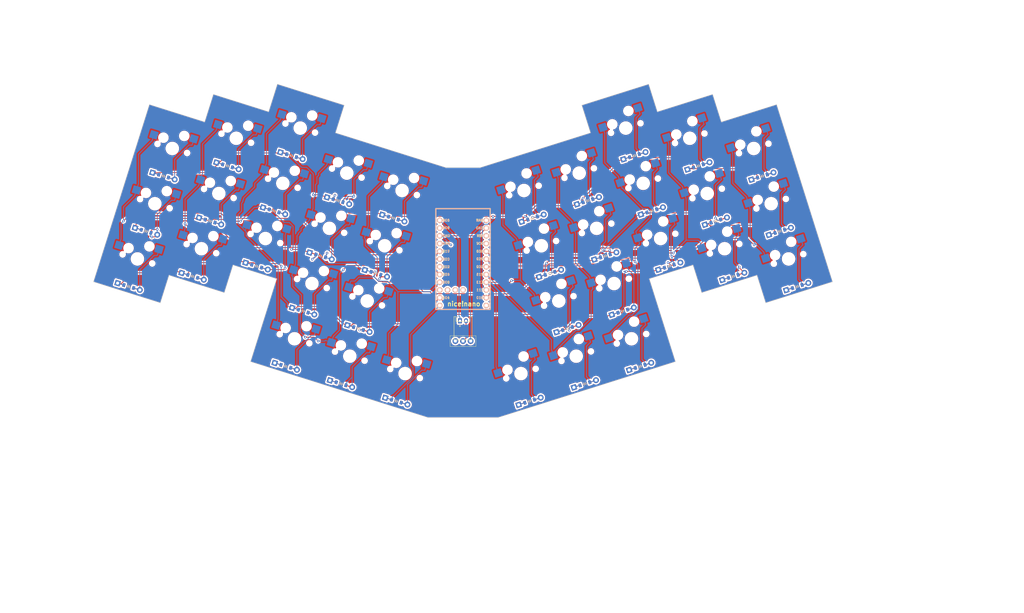
<source format=kicad_pcb>
(kicad_pcb (version 20241229) (generator "pcbnew") (generator_version "9.0")
  (title_block (title "ergogen_pcb_tutorial") (rev "v1.0.0") (company "Unknown"))
  (layers (0 "F.Cu" signal) (2 "B.Cu" signal) (13 "F.Paste" user) (15 "B.Paste" user) (5 "F.SilkS" user) (7 "B.SilkS" user) (1 "F.Mask" user) (3 "B.Mask" user) (25 "Edge.Cuts" user))
  (net 0 "")
  (net 1 "P017")
  (net 2 "pinky_bottom")
  (net 3 "pinky_home")
  (net 4 "pinky_top")
  (net 5 "P020")
  (net 6 "ring_bottom")
  (net 7 "ring_home")
  (net 8 "ring_top")
  (net 9 "P022")
  (net 10 "middle_bottom")
  (net 11 "middle_home")
  (net 12 "middle_top")
  (net 13 "P024")
  (net 14 "index_bottom")
  (net 15 "index_home")
  (net 16 "index_top")
  (net 17 "P100")
  (net 18 "inner_bottom")
  (net 19 "inner_home")
  (net 20 "inner_top")
  (net 21 "inner_cluster")
  (net 22 "middle_cluster")
  (net 23 "outer_cluster")
  (net 24 "P031")
  (net 25 "mirror_pinky_bottom")
  (net 26 "mirror_pinky_home")
  (net 27 "mirror_pinky_top")
  (net 28 "P029")
  (net 29 "mirror_ring_bottom")
  (net 30 "mirror_ring_home")
  (net 31 "mirror_ring_top")
  (net 32 "P002")
  (net 33 "mirror_middle_bottom")
  (net 34 "mirror_middle_home")
  (net 35 "mirror_middle_top")
  (net 36 "P115")
  (net 37 "mirror_index_bottom")
  (net 38 "mirror_index_home")
  (net 39 "mirror_index_top")
  (net 40 "P113")
  (net 41 "mirror_inner_bottom")
  (net 42 "mirror_inner_home")
  (net 43 "mirror_inner_top")
  (net 44 "mirror_inner_cluster")
  (net 45 "mirror_middle_cluster")
  (net 46 "mirror_outer_cluster")
  (net 47 "P104")
  (net 48 "P010")
  (net 49 "P111")
  (net 50 "P106")
  (net 51 "RAW")
  (net 52 "GND")
  (net 53 "RST")
  (net 54 "VCC")
  (net 55 "P009")
  (net 56 "pos")
  (net 57 "P008")
  (net 58 "P011")
  (net 59 "P101")
  (net 60 "P102")
  (net 61 "P107")
  (net 62 "neg")
  (footprint "josh_custom:1test slide switch" (layer "F.Cu") (at 172.0475 152.4)
    (property "Reference" "T1" (hide yes))
    (property "Value" "" (hide yes))
  )
  (footprint "MX" (layer "F.Cu") (at 152.0671 102.9944 -17)
    (property "Reference" "S15" (hide yes))
    (property "Value" "" (hide yes))
  )
  (footprint "MX" (layer "F.Cu") (at 273.0805 107.3217 18)
    (property "Reference" "S20" (hide yes))
    (property "Value" "" (hide yes))
  )
  (footprint "ComboDiode" (layer "F.Cu") (at 104.3991 127.8088 -17)
    (property "Reference" "D7" (hide yes))
    (property "Value" "" (hide yes))
  )
  (footprint "MX" (layer "F.Cu") (at 153.0475 163.0696 -17)
    (property "Reference" "S18" (hide yes))
    (property "Value" "" (hide yes))
  )
  (footprint "MX" (layer "F.Cu") (at 122.5197 133.5222 -17)
    (property "Reference" "S10" (hide yes))
    (property "Value" "" (hide yes))
  )
  (footprint "ComboDiode" (layer "F.Cu") (at 228.2692 91.5675 18)
    (property "Reference" "D27" (hide yes))
    (property "Value" "" (hide yes))
  )
  (footprint "ComboDiode" (layer "F.Cu") (at 149.2104 112.0547 -17)
    (property "Reference" "D15" (hide yes))
    (property "Value" "" (hide yes))
  )
  (footprint "MX" (layer "F.Cu") (at 221.5754 133.5222 18)
    (property "Reference" "S28" (hide yes))
    (property "Value" "" (hide yes))
  )
  (footprint "MX" (layer "F.Cu") (at 146.3537 121.115 -17)
    (property "Reference" "S14" (hide yes))
    (property "Value" "" (hide yes))
  )
  (footprint "ComboDiode" (layer "F.Cu") (at 89.1351 113.0351 -17)
    (property "Reference" "D5" (hide yes))
    (property "Value" "" (hide yes))
  )
  (footprint "ComboDiode" (layer "F.Cu") (at 113.9496 160.7031 -17)
    (property "Reference" "D16" (hide yes))
    (property "Value" "" (hide yes))
  )
  (footprint "MX" (layer "F.Cu") (at 71.0145 107.3217 -17)
    (property "Reference" "S2" (hide yes))
    (property "Value" "" (hide yes))
  )
  (footprint "MX" (layer "F.Cu") (at 116.8063 151.6428 -17)
    (property "Reference" "S16" (hide yes))
    (property "Value" "" (hide yes))
  )
  (footprint "ComboDiode" (layer "F.Cu") (at 68.1578 116.382 -17)
    (property "Reference" "D2" (hide yes))
    (property "Value" "" (hide yes))
  )
  (footprint "MX" (layer "F.Cu") (at 112.9692 100.6279 -17)
    (property "Reference" "S8" (hide yes))
    (property "Value" "" (hide yes))
  )
  (footprint "MX" (layer "F.Cu") (at 267.3671 89.201 18)
    (property "Reference" "S21" (hide yes))
    (property "Value" "" (hide yes))
  )
  (footprint "MX" (layer "F.Cu") (at 278.7939 125.4423 18)
    (property "Reference" "S19" (hide yes))
    (property "Value" "" (hide yes))
  )
  (footprint "MX" (layer "F.Cu") (at 257.8166 122.0954 18)
    (property "Reference" "S22" (hide yes))
    (property "Value" "" (hide yes))
  )
  (footprint "MX" (layer "F.Cu") (at 91.9919 103.9748 -17)
    (property "Reference" "S5" (hide yes))
    (property "Value" "" (hide yes))
  )
  (footprint "ComboDiode" (layer "F.Cu") (at 83.4217 131.1557 -17)
    (property "Reference" "D4" (hide yes))
    (property "Value" "" (hide yes))
  )
  (footprint "MX" (layer "F.Cu") (at 97.7053 85.8541 -17)
    (property "Reference" "S6" (hide yes))
    (property "Value" "" (hide yes))
  )
  (footprint "ComboDiode" (layer "F.Cu") (at 275.9372 116.382 18)
    (property "Reference" "D20" (hide yes))
    (property "Value" "" (hide yes))
  )
  (footprint "ComboDiode" (layer "F.Cu") (at 115.8259 91.5675 -17)
    (property "Reference" "D9" (hide yes))
    (property "Value" "" (hide yes))
  )
  (footprint "MX" (layer "F.Cu") (at 140.6403 139.2356 -17)
    (property "Reference" "S13" (hide yes))
    (property "Value" "" (hide yes))
  )
  (footprint "ComboDiode" (layer "F.Cu") (at 132.0702 166.4165 -17)
    (property "Reference" "D17" (hide yes))
    (property "Value" "" (hide yes))
  )
  (footprint "ComboDiode" (layer "F.Cu") (at 281.6506 134.5026 18)
    (property "Reference" "D19" (hide yes))
    (property "Value" "" (hide yes))
  )
  (footprint "MX" (layer "F.Cu") (at 65.3011 125.4423 -17)
    (property "Reference" "S1" (hide yes))
    (property "Value" "" (hide yes))
  )
  (footprint "ComboDiode" (layer "F.Cu") (at 150.1908 172.1299 -17)
    (property "Reference" "D18" (hide yes))
    (property "Value" "" (hide yes))
  )
  (footprint "ComboDiode" (layer "F.Cu") (at 254.9599 113.0351 18)
    (property "Reference" "D23" (hide yes))
    (property "Value" "" (hide yes))
  )
  (footprint "ComboDiode" (layer "F.Cu") (at 212.0248 166.4165 18)
    (property "Reference" "D35" (hide yes))
    (property "Value" "" (hide yes))
  )
  (footprint "MX" (layer "F.Cu") (at 197.7413 121.115 18)
    (property "Reference" "S32" (hide yes))
    (property "Value" "" (hide yes))
  )
  (footprint "MX" (layer "F.Cu") (at 210.1485 97.2809 18)
    (property "Reference" "S30" (hide yes))
    (property "Value" "" (hide yes))
  )
  (footprint "ComboDiode" (layer "F.Cu") (at 125.3764 124.4619 -17)
    (property "Reference" "D11" (hide yes))
    (property "Value" "" (hide yes))
  )
  (footprint "MX" (layer "F.Cu") (at 133.9465 97.2809 -17)
    (property "Reference" "S12" (hide yes))
    (property "Value" "" (hide yes))
  )
  (footprint "MX" (layer "F.Cu") (at 203.4547 139.2356 18)
    (property "Reference" "S31" (hide yes))
    (property "Value" "" (hide yes))
  )
  (footprint "ComboDiode" (layer "F.Cu") (at 218.7186 124.4619 18)
    (property "Reference" "D29" (hide yes))
    (property "Value" "" (hide yes))
  )
  (footprint "ComboDiode" (layer "F.Cu") (at 239.696 127.8088 18)
    (property "Reference" "D25" (hide yes))
    (property "Value" "" (hide yes))
  )
  (footprint "MX" (layer "F.Cu") (at 86.2784 122.0954 -17)
    (property "Reference" "S4" (hide yes))
    (property "Value" "" (hide yes))
  )
  (footprint "ComboDiode" (layer "F.Cu") (at 224.4321 142.5825 18)
    (property "Reference" "D28" (hide yes))
    (property "Value" "" (hide yes))
  )
  (footprint "ComboDiode" (layer "F.Cu") (at 143.497 130.1753 -17)
    (property "Reference" "D14" (hide yes))
    (property "Value" "" (hide yes))
  )
  (footprint "ComboDiode" (layer "F.Cu") (at 260.6733 131.1557 18)
    (property "Reference" "D22" (hide yes))
    (property "Value" "" (hide yes))
  )
  (footprint "MX" (layer "F.Cu") (at 225.4125 82.5072 18)
    (property "Reference" "S27" (hide yes))
    (property "Value" "" (hide yes))
  )
  (footprint "JST_PH_S2B-PH-K_02x2.00mm_Angled" (layer "F.Cu") (at 172.0475 145.7444)
    (property "Reference" "JST1" (hide yes))
    (property "Value" "" (hide yes))
  )
  (footprint "MX" (layer "F.Cu") (at 236.8393 118.7485 18)
    (property "Reference" "S25" (hide yes))
    (property "Value" "" (hide yes))
  )
  (footprint "MX" (layer "F.Cu") (at 192.0279 102.9944 18)
    (property "Reference" "S33" (hide yes))
    (property "Value" "" (hide yes))
  )
  (footprint "ComboDiode" (layer "F.Cu") (at 213.0052 106.3413 18)
    (property "Reference" "D30" (hide yes))
    (property "Value" "" (hide yes))
  )
  (footprint "MX" (layer "F.Cu") (at 107.2558 118.7485 -17)
    (property "Reference" "S7" (hide yes))
    (property "Value" "" (hide yes))
  )
  (footprint "MX" (layer "F.Cu") (at 209.1681 157.3562 18)
    (property "Reference" "S35" (hide yes))
    (property "Value" "" (hide yes))
  )
  (footprint "MX" (layer "F.Cu") (at 252.1032 103.9748 18)
    (property "Reference" "S23" (hide yes))
    (property "Value" "" (hide yes))
  )
  (footprint "ComboDiode" (layer "F.Cu") (at 200.598 130.1753 18)
    (property "Reference" "D32" (hide yes))
    (property "Value" "" (hide yes))
  )
  (footprint "ComboDiode" (layer "F.Cu") (at 62.4444 134.5026 -17)
    (property "Reference" "D1" (hide yes))
    (property "Value" "" (hide yes))
  )
  (footprint "ComboDiode" (layer "F.Cu") (at 131.0898 106.3413 -17)
    (property "Reference" "D12" (hide yes))
    (property "Value" "" (hide yes))
  )
  (footprint "ComboDiode" (layer "F.Cu") (at 249.2465 94.9144 18)
    (property "Reference" "D24" (hide yes))
    (property "Value" "" (hide yes))
  )
  (footprint "nice_nano" (layer "F.Cu") (at 172.0475 126.7444 -90)
    (property "Reference" "MCU1" (hide yes))
    (property "Value" "nice_nano" (hide yes))
  )
  (footprint "MX" (layer "F.Cu") (at 134.9269 157.3562 -17)
    (property "Reference" "S17" (hide yes))
    (property "Value" "" (hide yes))
  )
  (footprint "MX" (layer "F.Cu") (at 118.6826 82.5072 -17)
    (property "Reference" "S9" (hide yes))
    (property "Value" "" (hide yes))
  )
  (footprint "ComboDiode" (layer "F.Cu") (at 110.1125 109.6882 -17)
    (property "Reference" "D8" (hide yes))
    (property "Value" "" (hide yes))
  )
  (footprint "MX" (layer "F.Cu") (at 191.0475 163.0696 18)
    (property "Reference" "S36" (hide yes))
    (property "Value" "" (hide yes))
  )
  (footprint "MX" (layer "F.Cu") (at 246.3898 85.8541 18)
    (property "Reference" "S24" (hide yes))
    (property "Value" "" (hide yes))
  )
  (footprint "ComboDiode" (layer "F.Cu") (at 73.8712 98.2613 -17)
    (property "Reference" "D3" (hide yes))
    (property "Value" "" (hide yes))
  )
  (footprint "ComboDiode" (layer "F.Cu") (at 270.2238 98.2613 18)
    (property "Reference" "D21" (hide yes))
    (property "Value" "" (hide yes))
  )
  (footprint "MX" (layer "F.Cu") (at 231.1259 100.6279 18)
    (property "Reference" "S26" (hide yes))
    (property "Value" "" (hide yes))
  )
  (footprint "ComboDiode" (layer "F.Cu") (at 193.9042 172.1299 18)
    (property "Reference" "D36" (hide yes))
    (property "Value" "" (hide yes))
  )
  (footprint "ComboDiode" (layer "F.Cu") (at 194.8846 112.0547 18)
    (property "Reference" "D33" (hide yes))
    (property "Value" "" (hide yes))
  )
  (footprint "ComboDiode" (layer "F.Cu") (at 137.7836 148.2959 -17)
    (property "Reference" "D13" (hide yes))
    (property "Value" "" (hide yes))
  )
  (footprint "ComboDiode" (layer "F.Cu") (at 230.1455 160.7031 18)
    (property "Reference" "D34" (hide yes))
    (property "Value" "" (hide yes))
  )
  (footprint "MX" (layer "F.Cu") (at 128.2331 115.4016 -17)
    (property "Reference" "S11" (hide yes))
    (property "Value" "" (hide yes))
  )
  (footprint "MX" (layer "F.Cu") (at 215.8619 115.4016 18)
    (property "Reference" "S29" (hide yes))
    (property "Value" "" (hide yes))
  )
  (footprint "ComboDiode" (layer "F.Cu") (at 233.9826 109.6882 18)
    (property "Reference" "D26" (hide yes))
    (property "Value" "" (hide yes))
  )
  (footprint "MX" (layer "F.Cu") (at 76.7279 89.201 -17)
    (property "Reference" "S3" (hide yes))
    (property "Value" "" (hide yes))
  )
  (footprint "MX" (layer "F.Cu") (at 227.2888 151.6428 18)
    (property "Reference" "S34" (hide yes))
    (property "Value" "" (hide yes))
  )
  (footprint "ComboDiode" (layer "F.Cu") (at 94.8486 94.9144 -17)
    (property "Reference" "D6" (hide yes))
    (property "Value" "" (hide yes))
  )
  (footprint "ComboDiode" (layer "F.Cu") (at 206.3114 148.2959 18)
    (property "Reference" "D31" (hide yes))
    (property "Value" "" (hide yes))
  )
  (footprint "ComboDiode" (layer "F.Cu") (at 119.663 142.5825 -17)
    (property "Reference" "D10" (hide yes))
    (property "Value" "" (hide yes))
  )
  (gr_line (start 183.537892 177.495499) (end 241.714626 159.152445) (stroke (width 0.15)) (layer "Edge.Cuts"))
  (gr_line (start 102.380415 159.152445) (end 110.95053 131.971512) (stroke (width 0.15)) (layer "Edge.Cuts"))
  (gr_line (start 268.427592 130.807826) (end 271.284298 139.868137) (stroke (width 0.15)) (layer "Edge.Cuts"))
  (gr_line (start 177.60205 95.484732) (end 213.843294 84.057912) (stroke (width 0.15)) (layer "Edge.Cuts"))
  (gr_line (start 210.986589 74.997601) (end 213.843294 84.057912) (stroke (width 0.15)) (layer "Edge.Cuts"))
  (gr_line (start 130.251746 84.057912) (end 133.108451 74.997601) (stroke (width 0.15)) (layer "Edge.Cuts"))
  (gr_line (start 72.810743 139.868137) (end 75.667448 130.807826) (stroke (width 0.15)) (layer "Edge.Cuts"))
  (gr_line (start 232.922079 68.081368) (end 210.986589 74.997601) (stroke (width 0.15)) (layer "Edge.Cuts"))
  (gr_line (start 102.380415 159.152445) (end 160.557149 177.495499) (stroke (width 0.15)) (layer "Edge.Cuts"))
  (gr_line (start 108.316256 77.141679) (end 90.195635 71.428269) (stroke (width 0.15)) (layer "Edge.Cuts"))
  (gr_line (start 256.756111 80.48858) (end 253.899406 71.428269) (stroke (width 0.15)) (layer "Edge.Cuts"))
  (gr_line (start 130.251746 84.057912) (end 166.492991 95.484732) (stroke (width 0.15)) (layer "Edge.Cuts"))
  (gr_line (start 274.876734 74.775169) (end 256.756111 80.48858) (stroke (width 0.15)) (layer "Edge.Cuts"))
  (gr_line (start 250.30697 136.521236) (end 268.427592 130.807826) (stroke (width 0.15)) (layer "Edge.Cuts"))
  (gr_line (start 90.195635 71.428269) (end 87.338929 80.48858) (stroke (width 0.15)) (layer "Edge.Cuts"))
  (gr_line (start 233.144511 131.971512) (end 247.450265 127.460925) (stroke (width 0.15)) (layer "Edge.Cuts"))
  (gr_line (start 96.644776 127.460925) (end 110.95053 131.971512) (stroke (width 0.15)) (layer "Edge.Cuts"))
  (gr_line (start 50.875254 132.951903) (end 69.218307 74.775169) (stroke (width 0.15)) (layer "Edge.Cuts"))
  (gr_line (start 235.778784 77.141679) (end 232.922079 68.081368) (stroke (width 0.15)) (layer "Edge.Cuts"))
  (gr_line (start 87.338929 80.48858) (end 69.218307 74.775169) (stroke (width 0.15)) (layer "Edge.Cuts"))
  (gr_line (start 160.557149 177.495499) (end 183.537892 177.495499) (stroke (width 0.15)) (layer "Edge.Cuts"))
  (gr_line (start 274.876734 74.775169) (end 293.219787 132.951903) (stroke (width 0.15)) (layer "Edge.Cuts"))
  (gr_line (start 271.284298 139.868137) (end 293.219787 132.951903) (stroke (width 0.15)) (layer "Edge.Cuts"))
  (gr_line (start 247.450265 127.460925) (end 250.30697 136.521236) (stroke (width 0.15)) (layer "Edge.Cuts"))
  (gr_line (start 75.667448 130.807826) (end 93.788071 136.521236) (stroke (width 0.15)) (layer "Edge.Cuts"))
  (gr_line (start 111.172962 68.081368) (end 108.316256 77.141679) (stroke (width 0.15)) (layer "Edge.Cuts"))
  (gr_line (start 233.144511 131.971512) (end 241.714626 159.152445) (stroke (width 0.15)) (layer "Edge.Cuts"))
  (gr_line (start 133.108451 74.997601) (end 111.172962 68.081368) (stroke (width 0.15)) (layer "Edge.Cuts"))
  (gr_line (start 253.899406 71.428269) (end 235.778784 77.141679) (stroke (width 0.15)) (layer "Edge.Cuts"))
  (gr_line (start 166.492991 95.484732) (end 177.60205 95.484732) (stroke (width 0.15)) (layer "Edge.Cuts"))
  (gr_line (start 93.788071 136.521236) (end 96.644776 127.460925) (stroke (width 0.15)) (layer "Edge.Cuts"))
  (gr_line (start 50.875254 132.951903) (end 72.810743 139.868137) (stroke (width 0.15)) (layer "Edge.Cuts"))
  (segment (start 130.5703 124.1011) (end 118.6012 112.132) (width 0.25) (layer "F.Cu") (net 1))
  (segment (start 63.2691 110.4475) (end 60.7158 113.0008) (width 0.25) (layer "F.Cu") (net 1))
  (segment (start 163.2608 124.1011) (end 130.5703 124.1011) (width 0.25) (layer "F.Cu") (net 1))
  (segment (start 92.7054 110.4475) (end 63.2691 110.4475) (width 0.25) (layer "F.Cu") (net 1))
  (segment (start 118.6012 112.132) (end 94.3899 112.132) (width 0.25) (layer "F.Cu") (net 1))
  (segment (start 164.4275 122.9344) (end 163.2608 124.1011) (width 0.25) (layer "F.Cu") (net 1))
  (segment (start 94.3899 112.132) (end 92.7054 110.4475) (width 0.25) (layer "F.Cu") (net 1))
  (via (at 60.7158 113.0008) (size 0.8) (drill 0.4) (layers "F.Cu" "B.Cu") (net 1))
  (segment (start 70.7346 84.6481) (end 70.1086 86.6335) (width 0.25) (layer "B.Cu") (net 1))
  (segment (start 70.1086 86.6335) (end 65.6472 91.0949) (width 0.25) (layer "B.Cu") (net 1))
  (segment (start 60.7158 113.0008) (end 60.7158 108.4336) (width 0.25) (layer "B.Cu") (net 1))
  (segment (start 65.0212 102.7688) (end 65.6472 100.7833) (width 0.25) (layer "B.Cu") (net 1))
  (segment (start 59.9338 113.7828) (end 60.7158 113.0008) (width 0.25) (layer "B.Cu") (net 1))
  (segment (start 60.7158 108.4336) (end 64.3952 104.7542) (width 0.25) (layer "B.Cu") (net 1))
  (segment (start 59.3078 120.8894) (end 59.9338 118.9039) (width 0.25) (layer "B.Cu") (net 1))
  (segment (start 65.6472 91.0949) (end 65.6472 100.7833) (width 0.25) (layer "B.Cu") (net 1))
  (segment (start 59.9338 118.9039) (end 59.9338 113.7828) (width 0.25) (layer "B.Cu") (net 1))
  (segment (start 65.0212 102.7688) (end 64.3952 104.7542) (width 0.25) (layer "B.Cu") (net 1))
  (segment (start 65.75 135.3202) (end 66.0781 135.6483) (width 0.25) (layer "F.Cu") (net 2))
  (segment (start 65.0375 135.3202) (end 65.75 135.3202) (width 0.25) (layer "F.Cu") (net 2))
  (segment (start 64.018 134.9988) (end 65.0375 135.3202) (width 0.25) (layer "F.Cu") (net 2))
  (segment (start 65.75 135.3202) (end 66.0781 135.6483) (width 0.25) (layer "B.Cu") (net 2))
  (segment (start 65.0375 135.3202) (end 65.75 135.3202) (width 0.25) (layer "B.Cu") (net 2))
  (segment (start 66.0781 129.0162) (end 66.0781 135.6483) (width 0.25) (layer "B.Cu") (net 2))
  (segment (start 72.4003 122.3541) (end 71.7743 124.3396) (width 0.25) (layer "B.Cu") (net 2))
  (segment (start 70.7547 124.3396) (end 66.0781 129.0162) (width 0.25) (layer "B.Cu") (net 2))
  (segment (start 64.018 134.9988) (end 65.0375 135.3202) (width 0.25) (layer "B.Cu") (net 2))
  (segment (start 71.7743 124.3396) (end 70.7547 124.3396) (width 0.25) (layer "B.Cu") (net 2))
  (segment (start 70.2836 115.7607) (end 70.2896 115.7667) (width 0.25) (layer "F.Cu") (net 3))
  (segment (start 70.2896 115.7667) (end 71.7899 115.7667) (width 0.25) (layer "F.Cu") (net 3))
  (segment (start 71.7915 117.5277) (end 71.0899 118.2293) (width 0.25) (layer "F.Cu") (net 3))
  (segment (start 71.7899 115.7667) (end 71.7915 115.7683) (width 0.25) (layer "F.Cu") (net 3))
  (segment (start 70.0837 115.7607) (end 70.2836 115.7607) (width 0.25) (layer "F.Cu") (net 3))
  (segment (start 69.7314 116.8782) (end 70.0837 115.7607) (width 0.25) (layer "F.Cu") (net 3))
  (segment (start 71.0899 118.2293) (end 70.0244 118.2293) (width 0.25) (layer "F.Cu") (net 3))
  (via (at 70.0244 118.2293) (size 0.8) (drill 0.4) (layers "F.Cu" "B.Cu") (net 3))
  (via (at 71.7915 115.7683) (size 0.8) (drill 0.4) (layers "F.Cu" "B.Cu") (net 3))
  (segment (start 70.0244 118.2293) (end 69.7906 117.9955) (width 0.25) (layer "B.Cu") (net 3))
  (segment (start 78.1137 104.2335) (end 77.4877 106.219) (width 0.25) (layer "B.Cu") (net 3))
  (segment (start 71.7915 110.8812) (end 76.4537 106.219) (width 0.25) (layer "B.Cu") (net 3))
  (segment (start 76.4537 106.219) (end 77.4877 106.219) (width 0.25) (layer "B.Cu") (net 3))
  (segment (start 69.7906 117.9955) (end 69.3791 117.9955) (width 0.25) (layer "B.Cu") (net 3))
  (segment (start 71.7915 115.7667) (end 71.7915 110.8812) (width 0.25) (layer "B.Cu") (net 3))
  (segment (start 69.7314 116.8782) (end 69.3791 117.9955) (width 0.25) (layer "B.Cu") (net 3))
  (segment (start 71.7915 117.5277) (end 71.7915 115.7667) (width 0.25) (layer "B.Cu") (net 3))
  (segment (start 71.7915 115.7667) (end 71.7915 115.7683) (width 0.25) (layer "B.Cu") (net 3))
  (segment (start 76.4643 99.079) (end 76.4643 99.0789) (width 0.25) (layer "F.Cu") (net 4))
  (segment (start 77.5049 99.407) (end 76.7923 99.407) (width 0.25) (layer "F.Cu") (net 4))
  (segment (start 76.7923 99.407) (end 76.4643 99.079) (width 0.25) (layer "F.Cu") (net 4))
  (segment (start 75.4448 98.7575) (end 76.4643 99.0789) (width 0.25) (layer "F.Cu") (net 4))
  (segment (start 83.8271 86.1128) (end 83.2011 88.0983) (width 0.25) (layer "B.Cu") (net 4))
  (segment (start 76.4643 99.0789) (end 77.1768 99.0789) (width 0.25) (layer "B.Cu") (net 4))
  (segment (start 75.4448 98.7575) (end 76.4643 99.0789) (width 0.25) (layer "B.Cu") (net 4))
  (segment (start 77.1768 99.0789) (end 77.5049 99.407) (width 0.25) (layer "B.Cu") (net 4))
  (segment (start 77.5049 92.7749) (end 77.5049 99.407) (width 0.25) (layer "B.Cu") (net 4))
  (segment (start 83.2011 88.0983) (end 82.1815 88.0983) (width 0.25) (layer "B.Cu") (net 4))
  (segment (start 82.1815 88.0983) (end 77.5049 92.7749) (width 0.25) (layer "B.Cu") (net 4))
  (segment (start 164.4275 125.4744) (end 130.9867 125.4744) (width 0.25) (layer "F.Cu") (net 5))
  (segment (start 115.5188 121.6046) (end 115.3736 121.7498) (width 0.25) (layer "F.Cu") (net 5))
  (segment (start 82.8238 115.8458) (end 80.9111 113.9331) (width 0.25) (layer "F.Cu") (net 5))
  (segment (start 130.9867 125.4744) (end 127.1169 121.6046) (width 0.25) (layer "F.Cu") (net 5))
  (segment (start 98.5309 121.7498) (end 92.6269 115.8458) (width 0.25) (layer "F.Cu") (net 5))
  (segment (start 92.6269 115.8458) (end 82.8238 115.8458) (width 0.25) (layer "F.Cu") (net 5))
  (segment (start 127.1169 121.6046) (end 115.5188 121.6046) (width 0.25) (layer "F.Cu") (net 5))
  (segment (start 115.3736 121.7498) (end 98.5309 121.7498) (width 0.25) (layer "F.Cu") (net 5))
  (via (at 80.9111 113.9331) (size 0.8) (drill 0.4) (layers "F.Cu" "B.Cu") (net 5))
  (segment (start 80.2851 117.5425) (end 80.9111 115.557) (width 0.25) (layer "B.Cu") (net 5))
  (segment (start 91.712 81.3012) (end 91.086 83.2866) (width 0.25) (layer "B.Cu") (net 5))
  (segment (start 80.9111 113.9331) (end 80.9111 105.8688) (width 0.25) (layer "B.Cu") (net 5))
  (segment (start 85.9986 99.4219) (end 85.3726 101.4073) (width 0.25) (layer "B.Cu") (net 5))
  (segment (start 86.6246 87.748) (end 86.6246 97.4364) (width 0.25) (layer "B.Cu") (net 5))
  (segment (start 85.9986 99.4219) (end 86.6246 97.4364) (width 0.25) (layer "B.Cu") (net 5))
  (segment (start 91.086 83.2866) (end 86.6246 87.748) (width 0.25) (layer "B.Cu") (net 5))
  (segment (start 80.9111 113.9331) (end 80.9111 115.557) (width 0.25) (layer "B.Cu") (net 5))
  (segment (start 80.9111 105.8688) (end 85.3726 101.4073) (width 0.25) (layer "B.Cu") (net 5))
  (segment (start 86.3428 132.3014) (end 86.0148 131.9734) (width 0.25) (layer "F.Cu") (net 6))
  (segment (start 87.0554 132.3014) (end 86.3428 132.3014) (width 0.25) (layer "F.Cu") (net 6))
  (segment (start 84.9953 131.6519) (end 86.0148 131.9733) (width 0.25) (layer "F.Cu") (net 6))
  (segment (start 86.0148 131.9734) (end 86.0148 131.9733) (width 0.25) (layer "F.Cu") (net 6))
  (segment (start 93.3776 119.0072) (end 92.7516 120.9927) (width 0.25) (layer "B.Cu") (net 6))
  (segment (start 84.9953 131.6519) (end 86.0148 131.9733) (width 0.25) (layer "B.Cu") (net 6))
  (segment (start 86.7273 131.9733) (end 87.0554 132.3014) (width 0.25) (layer "B.Cu") (net 6))
  (segment (start 86.0148 131.9733) (end 86.7273 131.9733) (width 0.25) (layer "B.Cu") (net 6))
  (segment (start 87.0554 132.3014) (end 87.0554 125.6549) (width 0.25) (layer "B.Cu") (net 6))
  (segment (start 91.7176 120.9927) (end 92.7516 120.9927) (width 0.25) (layer "B.Cu") (net 6))
  (segment (start 87.0554 125.6549) (end 91.7176 120.9927) (width 0.25) (layer "B.Cu") (net 6))
  (segment (start 90.7087 113.5313) (end 91.7282 113.8527) (width 0.25) (layer "F.Cu") (net 7))
  (segment (start 91.7282 113.8527) (end 92.4407 113.8527) (width 0.25) (layer "F.Cu") (net 7))
  (segment (start 92.4407 113.8527) (end 92.7688 114.1808) (width 0.25) (layer "F.Cu") (net 7))
  (segment (start 97.4455 102.8721) (end 92.7688 107.5488) (width 0.25) (layer "B.Cu") (net 7))
  (segment (start 90.7087 113.5313) (end 91.7282 113.8527) (width 0.25) (layer "B.Cu") (net 7))
  (segment (start 91.7282 113.8527) (end 92.4407 113.8527) (width 0.25) (layer "B.Cu") (net 7))
  (segment (start 98.4651 102.8721) (end 97.4455 102.8721) (width 0.25) (layer "B.Cu") (net 7))
  (segment (start 92.4407 113.8527) (end 92.7688 114.1808) (width 0.25) (layer "B.Cu") (net 7))
  (segment (start 99.0911 100.8866) (end 98.4651 102.8721) (width 0.25) (layer "B.Cu") (net 7))
  (segment (start 92.7688 107.5488) (end 92.7688 114.1808) (width 0.25) (layer "B.Cu") (net 7))
  (segment (start 96.4222 95.4106) (end 97.4417 95.732) (width 0.25) (layer "F.Cu") (net 8))
  (segment (start 97.4417 95.7321) (end 97.4417 95.732) (width 0.25) (layer "F.Cu") (net 8))
  (segment (start 97.7697 96.0601) (end 97.4417 95.7321) (width 0.25) (layer "F.Cu") (net 8))
  (segment (start 98.4823 96.0601) (end 97.7697 96.0601) (width 0.25) (layer "F.Cu") (net 8))
  (segment (start 103.1589 84.7514) (end 98.4823 89.428) (width 0.25) (layer "B.Cu") (net 8))
  (segment (start 96.4222 95.4106) (end 97.4417 95.732) (width 0.25) (layer "B.Cu") (net 8))
  (segment (start 98.4823 89.428) (end 98.4823 96.0601) (width 0.25) (layer "B.Cu") (net 8))
  (segment (start 97.4417 95.7321) (end 97.4417 95.732) (width 0.25) (layer "B.Cu") (net 8))
  (segment (start 104.1785 84.7514) (end 103.1589 84.7514) (width 0.25) (layer "B.Cu") (net 8))
  (segment (start 98.4823 96.0601) (end 97.7697 96.0601) (width 0.25) (layer "B.Cu") (net 8))
  (segment (start 97.7697 96.0601) (end 97.4417 95.7321) (width 0.25) (layer "B.Cu") (net 8))
  (segment (start 104.8045 82.7659) (end 104.1785 84.7514) (width 0.25) (layer "B.Cu") (net 8))
  (segment (start 99.8974 106.4013) (end 99.8974 106.0844) (width 0.25) (layer "B.Cu") (net 9))
  (segment (start 112.6893 77.9543) (end 112.0633 79.9397) (width 0.25) (layer "B.Cu") (net 9))
  (segment (start 106.9759 96.075) (end 107.6019 94.0895) (width 0.25) (layer "B.Cu") (net 9))
  (segment (start 100.9671 117.8042) (end 100.9671 116.5115) (width 0.25) (layer "B.Cu") (net 9))
  (segment (start 100.6365 116.1809) (end 98.3179 113.8623) (width 0.25) (layer "B.Cu") (net 9))
  (segment (start 101.2625 114.1956) (end 100.6365 116.1809) (width 0.25) (layer "B.Cu") (net 9))
  (segment (start 106.9759 96.075) (end 106.3499 98.0604) (width 0.25) (layer "B.Cu") (net 9))
  (segment (start 112.0633 79.9397) (end 107.6019 84.4011) (width 0.25) (layer "B.Cu") (net 9))
  (segment (start 100.9671 116.5115) (end 100.6365 116.1809) (width 0.25) (layer "B.Cu") (net 9))
  (segment (start 99.8192 106.4795) (end 99.8974 106.4013) (width 0.25) (layer "B.Cu") (net 9))
  (segment (start 99.4687 109.7194) (end 99.4687 107.0993) (width 0.25) (layer "B.Cu") (net 9))
  (segment (start 111.439 128.2762) (end 110.8857 127.7229) (width 0.25) (layer "B.Cu") (net 9))
  (segment (start 103.7505 100.6598) (end 106.3499 98.0604) (width 0.25) (layer "B.Cu") (net 9))
  (segment (start 100.1004 105.8814) (end 100.1004 105.4658) (width 0.25) (layer "B.Cu") (net 9))
  (segment (start 110.813 147.0899) (end 111.439 145.1044) (width 0.25) (layer "B.Cu") (net 9))
  (segment (start 99.8974 106.0844) (end 100.1004 105.8814) (width 0.25) (layer "B.Cu") (net 9))
  (segment (start 98.3179 110.8702) (end 99.4687 109.7194) (width 0.25) (layer "B.Cu") (net 9))
  (segment (start 99.4687 107.0993) (end 99.8192 106.7488) (width 0.25) (layer "B.Cu") (net 9))
  (segment (start 110.8857 127.7228) (end 100.9671 117.8042) (width 0.25) (layer "B.Cu") (net 9))
  (segment (start 100.1004 105.4658) (end 103.7505 101.8157) (width 0.25) (layer "B.Cu") (net 9))
  (segment (start 110.8857 127.7229) (end 110.8857 127.7228) (width 0.25) (layer "B.Cu") (net 9))
  (segment (start 107.6019 84.4011) (end 107.6019 94.0895) (width 0.25) (layer "B.Cu") (net 9))
  (segment (start 103.7505 101.8157) (end 103.7505 100.6598) (width 0.25) (layer "B.Cu") (net 9))
  (segment (start 111.439 145.1044) (end 111.439 128.2762) (width 0.25) (layer "B.Cu") (net 9))
  (segment (start 98.3179 113.8623) (end 98.3179 110.8702) (width 0.25) (layer "B.Cu") (net 9))
  (segment (start 99.8192 106.7488) (end 99.8192 106.4795) (width 0.25) (layer "B.Cu") (net 9))
  (segment (start 108.0328 128.9545) (end 107.3202 128.9545) (width 0.25) (layer "F.Cu") (net 10))
  (segment (start 107.3202 128.9545) (end 106.9922 128.6265) (width 0.25) (layer "F.Cu") (net 10))
  (segment (start 105.9727 128.305) (end 106.9922 128.6264) (width 0.25) (layer "F.Cu") (net 10))
  (segment (start 108.0328 128.9545) (end 113.2639 128.9545) (width 0.25) (layer "F.Cu") (net 10))
  (segment (start 113.2639 128.9545) (end 113.719 128.4994) (width 0.25) (layer "F.Cu") (net 10))
  (segment (start 106.9922 128.6265) (end 106.9922 128.6264) (width 0.25) (layer "F.Cu") (net 10))
  (via (at 113.719 128.4994) (size 0.8) (drill 0.4) (layers "F.Cu" "B.Cu") (net 10))
  (segment (start 107.3202 128.9545) (end 106.9922 128.6265) (width 0.25) (layer "B.Cu") (net 10))
  (segment (start 113.719 128.4994) (end 113.729 128.4894) (width 0.25) (layer "B.Cu") (net 10))
  (segment (start 108.0328 128.9545) (end 107.3202 128.9545) (width 0.25) (layer "B.Cu") (net 10))
  (segment (start 113.729 128.4894) (end 113.729 117.6458) (width 0.25) (layer "B.Cu") (net 10))
  (segment (start 105.9727 128.305) (end 106.9922 128.6264) (width 0.25) (layer "B.Cu") (net 10))
  (segment (start 106.9922 128.6265) (end 106.9922 128.6264) (width 0.25) (layer "B.Cu") (net 10))
  (segment (start 114.355 115.6603) (end 113.729 117.6458) (width 0.25) (layer "B.Cu") (net 10))
  (segment (start 111.6861 110.1844) (end 112.7056 110.5058) (width 0.25) (layer "F.Cu") (net 11))
  (segment (start 113.7462 110.8339) (end 113.0336 110.8339) (width 0.25) (layer "F.Cu") (net 11))
  (segment (start 113.0336 110.8339) (end 112.7056 110.5059) (width 0.25) (layer "F.Cu") (net 11))
  (segment (start 112.7056 110.5059) (end 112.7056 110.5058) (width 0.25) (layer "F.Cu") (net 11))
  (segment (start 118.4228 99.5252) (end 113.7462 104.2018) (width 0.25) (layer "B.Cu") (net 11))
  (segment (start 112.7056 110.5058) (end 113.4181 110.5058) (width 0.25) (layer "B.Cu") (net 11))
  (segment (start 113.7462 104.2018) (end 113.7462 110.8339) (width 0.25) (layer "B.Cu") (net 11))
  (segment (start 120.0684 97.5397) (end 119.4424 99.5252) (width 0.25) (layer "B.Cu") (net 11))
  (segment (start 111.6861 110.1844) (end 112.7056 110.5058) (width 0.25) (layer "B.Cu") (net 11))
  (segment (start 113.4181 110.5058) (end 113.7462 110.8339) (width 0.25) (layer "B.Cu") (net 11))
  (segment (start 119.4424 99.5252) (end 118.4228 99.5252) (width 0.25) (layer "B.Cu") (net 11))
  (segment (start 119.1315 92.3851) (end 119.4596 92.7132) (width 0.25) (layer "F.Cu") (net 12))
  (segment (start 118.419 92.3851) (end 119.1315 92.3851) (width 0.25) (layer "F.Cu") (net 12))
  (segment (start 117.3995 92.0637) (end 118.419 92.3851) (width 0.25) (layer "F.Cu") (net 12))
  (segment (start 124.1362 81.4045) (end 119.4596 86.0811) (width 0.25) (layer "B.Cu") (net 12))
  (segment (start 125.7818 79.419) (end 125.1558 81.4045) (width 0.25) (layer "B.Cu") (net 12))
  (segment (start 125.1558 81.4045) (end 124.1362 81.4045) (width 0.25) (layer "B.Cu") (net 12))
  (segment (start 118.419 92.3851) (end 119.1315 92.3851) (width 0.25) (layer "B.Cu") (net 12))
  (segment (start 117.3995 92.0637) (end 118.419 92.3851) (width 0.25) (layer "B.Cu") (net 12))
  (segment (start 119.4596 86.0811) (end 119.4596 92.7132) (width 0.25) (layer "B.Cu") (net 12))
  (segment (start 119.1315 92.3851) (end 119.4596 92.7132) (width 0.25) (layer "B.Cu") (net 12))
  (segment (start 124.5376 152.3856) (end 123.2733 151.1213) (width 0.25) (layer "F.Cu") (net 13))
  (segment (start 161.457 127.5839) (end 164.4275 130.5544) (width 0.25) (layer "F.Cu") (net 13))
  (segment (start 123.2733 151.1213) (end 120.3321 151.1213) (width 0.25) (layer "F.Cu") (net 13))
  (segment (start 132.7432 129.0292) (end 134.1885 127.5839) (width 0.25) (layer "F.Cu") (net 13))
  (segment (start 134.1885 127.5839) (end 161.457 127.5839) (width 0.25) (layer "F.Cu") (net 13))
  (via (at 132.7432 129.0292) (size 0.8) (drill 0.4) (layers "F.Cu" "B.Cu") (net 13))
  (via (at 120.3321 151.1213) (size 0.8) (drill 0.4) (layers "F.Cu" "B.Cu") (net 13))
  (via (at 124.5376 152.3856) (size 0.8) (drill 0.4) (layers "F.Cu" "B.Cu") (net 13))
  (segment (start 129.5597 150.8178) (end 131.5375 148.84) (width 0.25) (layer "B.Cu") (net 13))
  (segment (start 118.6766 149.4658) (end 118.6766 143.2832) (width 0.25) (layer "B.Cu") (net 13))
  (segment (start 129.5596 150.8178) (end 129.5597 150.8178) (width 0.25) (layer "B.Cu") (net 13))
  (segment (start 122.2398 110.8487) (end 122.8658 108.8632) (width 0.25) (layer "B.Cu") (net 13))
  (segment (start 124.6861 97.3545) (end 127.3272 94.7134) (width 0.25) (layer "B.Cu") (net 13))
  (segment (start 116.2394 131.2936) (end 115.9005 130.9547) (width 0.25) (layer "B.Cu") (net 13))
  (segment (start 128.9336 152.8033) (end 126.9318 152.1721) (width 0.25) (layer "B.Cu") (net 13))
  (segment (start 118.9727 115.4752) (end 121.6138 112.8341) (width 0.25) (layer "B.Cu") (net 13))
  (segment (start 124.1326 98.5468) (end 124.6861 97.9933) (width 0.25) (layer "B.Cu") (net 13))
  (segment (start 123.6809 104.6955) (end 123.6809 101.0923) (width 0.25) (layer "B.Cu") (net 13))
  (segment (start 117.6041 118.1214) (end 117.6049 118.1206) (width 0.25) (layer "B.Cu") (net 13))
  (segment (start 126.9318 152.1721) (end 126.9318 152.1722) (width 0.25) (layer "B.Cu") (net 13))
  (segment (start 115.9005 130.9547) (end 115.9004 130.9547) (width 0.25) (layer "B.Cu") (net 13))
  (segment (start 123.2706 105.1058) (end 123.6809 104.6955) (width 0.25) (layer "B.Cu") (net 13))
  (segment (start 119.0454 142.9144) (end 119.0454 137.2676) (width 0.25) (layer "B.Cu") (net 13))
  (segment (start 117.6041 119.985) (end 117.6041 118.1214) (width 0.25) (layer "B.Cu") (net 13))
  (segment (start 117.1524 120.4367) (end 117.6041 119.985) (width 0.25) (layer "B.Cu") (net 13))
  (segment (start 122.8658 108.8632) (end 122.8658 105.877) (width 0.25) (layer "B.Cu") (net 13))
  (segment (start 123.2706 105.4722) (end 123.2706 105.1058) (width 0.25) (layer "B.Cu") (net 13))
  (segment (start 117.6049 118.1206) (end 117.6049 117.8022) (width 0.25) (layer "B.Cu") (net 13))
  (segment (start 118.9727 116.114) (end 118.9727 115.4752) (width 0.25) (layer "B.Cu") (net 13))
  (segment (start 120.3321 151.1213) (end 118.6766 149.4658) (width 0.25) (layer "B.Cu") (net 13))
  (segment (start 124.6861 97.9933) (end 124.6861 97.3545) (width 0.25) (layer "B.Cu") (net 13))
  (segment (start 124.1326 100.6406) (end 124.1326 98.5468) (width 0.25) (layer "B.Cu") (net 13))
  (segment (start 123.6809 101.0923) (end 124.1326 100.6406) (width 0.25) (layer "B.Cu") (net 13))
  (segment (start 128.9336 152.8033) (end 129.5596 150.8178) (width 0.25) (layer "B.Cu") (net 13))
  (segment (start 116.2394 134.4616) (end 116.2394 131.2936) (width 0.25) (layer "B.Cu") (net 13))
  (segment (start 126.9318 152.1722) (end 126.7184 152.3856) (width 0.25) (layer "B.Cu") (net 13))
  (segment (start 117.6049 117.8022) (end 118.0557 117.3514) (width 0.25) (layer "B.Cu") (net 13))
  (segment (start 122.8658 105.877) (end 123.2706 105.4722) (width 0.25) (layer "B.Cu") (net 13))
  (segment (start 117.1524 126.9838) (end 117.1524 120.4367) (width 0.25) (layer "B.Cu") (net 13))
  (segment (start 118.0557 117.031) (end 118.9727 116.114) (width 0.25) (layer "B.Cu") (net 13))
  (segment (start 122.2398 110.8487) (end 121.6138 112.8341) (width 0.25) (layer "B.Cu") (net 13))
  (segment (start 118.0557 117.3514) (end 118.0557 117.031) (width 0.25) (layer "B.Cu") (net 13))
  (segment (start 131.5375 130.2349) (end 132.7432 129.0292) (width 0.25) (layer "B.Cu") (net 13))
  (segment (start 126.7184 152.3856) (end 124.5376 152.3856) (width 0.25) (layer "B.Cu") (net 13))
  (segment (start 116.5264 128.9693) (end 117.1524 126.9838) (width 0.25) (layer "B.Cu") (net 13))
  (segment (start 131.5375 148.84) (end 131.5375 130.2349) (width 0.25) (layer "B.Cu") (net 13))
  (segment (start 116.5264 128.9693) (end 115.9004 130.9547) (width 0.25) (layer "B.Cu") (net 13))
  (segment (start 118.6766 143.2832) (end 119.0454 142.9144) (width 0.25) (layer "B.Cu") (net 13))
  (segment (start 127.9532 92.728) (end 127.3272 94.7134) (width 0.25) (layer "B.Cu") (net 13))
  (segment (start 119.0454 137.2676) (end 116.2394 134.4616) (width 0.25) (layer "B.Cu") (net 13))
  (segment (start 121.2366 143.0787) (end 122.2561 143.4001) (width 0.25) (layer "F.Cu") (net 14))
  (segment (start 122.9686 143.4001) (end 122.2561 143.4001) (width 0.25) (layer "F.Cu") (net 14))
  (segment (start 123.2967 143.7282) (end 122.9686 143.4001) (width 0.25) (layer "F.Cu") (net 14))
  (segment (start 127.9733 132.4195) (end 123.2967 137.0961) (width 0.25) (layer "B.Cu") (net 14))
  (segment (start 121.2366 143.0787) (end 122.2561 143.4001) (width 0.25) (layer "B.Cu") (net 14))
  (segment (start 129.6189 130.434) (end 128.9929 132.4195) (width 0.25) (layer "B.Cu") (net 14))
  (segment (start 128.9929 132.4195) (end 127.9733 132.4195) (width 0.25) (layer "B.Cu") (net 14))
  (segment (start 122.5841 143.7282) (end 123.2967 143.7282) (width 0.25) (layer "B.Cu") (net 14))
  (segment (start 122.2561 143.4001) (end 122.2561 143.4002) (width 0.25) (layer "B.Cu") (net 14))
  (segment (start 122.2561 143.4002) (end 122.5841 143.7282) (width 0.25) (layer "B.Cu") (net 14))
  (segment (start 123.2967 137.0961) (end 123.2967 143.7282) (width 0.25) (layer "B.Cu") (net 14))
  (segment (start 127.4694 123.5191) (end 127.3023 123.6862) (width 0.25) (layer "F.Cu") (net 15))
  (segment (start 126.95 124.9581) (end 127.3023 123.8406) (width 0.25) (layer "F.Cu") (net 15))
  (segment (start 127.3023 123.6862) (end 127.3023 123.8406) (width 0.25) (layer "F.Cu") (net 15))
  (via (at 127.4694 123.5191) (size 0.8) (drill 0.4) (layers "F.Cu" "B.Cu") (net 15))
  (segment (start 127.9695 125.2795) (end 128.682 125.2795) (width 0.25) (layer "B.Cu") (net 15))
  (segment (start 133.6867 114.2989) (end 129.0101 118.9755) (width 0.25) (layer "B.Cu") (net 15))
  (segment (start 129.0101 118.9755) (end 129.0101 125.6076) (width 0.25) (layer "B.Cu") (net 15))
  (segment (start 135.3323 112.3134) (end 134.7063 114.2989) (width 0.25) (layer "B.Cu") (net 15))
  (segment (start 134.7063 114.2989) (end 133.6867 114.2989) (width 0.25) (layer "B.Cu") (net 15))
  (segment (start 126.95 124.9581) (end 127.3023 123.8406) (width 0.25) (layer "B.Cu") (net 15))
  (segment (start 126.95 124.9581) (end 127.9695 125.2795) (width 0.25) (layer "B.Cu") (net 15))
  (segment (start 127.3023 123.6862) (end 127.4694 123.5191) (width 0.25) (layer "B.Cu") (net 15))
  (segment (start 127.3023 123.8406) (end 127.3023 123.6862) (width 0.25) (layer "B.Cu") (net 15))
  (segment (start 128.682 125.2795) (end 129.0101 125.6076) (width 0.25) (layer "B.Cu") (net 15))
  (segment (start 136.2636 104.8741) (end 134.6268 104.8741) (width 0.25) (layer "F.Cu") (net 16))
  (segment (start 134.6268 104.8741) (end 133.7809 105.72) (width 0.25) (layer "F.Cu") (net 16))
  (segment (start 132.6634 106.8375) (end 133.0157 105.72) (width 0.25) (layer "F.Cu") (net 16))
  (segment (start 133.7809 105.72) (end 133.0157 105.72) (width 0.25) (layer "F.Cu") (net 16))
  (via (at 136.2636 104.8741) (size 0.8) (drill 0.4) (layers "F.Cu" "B.Cu") (net 16))
  (segment (start 133.0157 105.72) (end 133.8616 104.8741) (width 0.25) (layer "B.Cu") (net 16))
  (segment (start 139.4001 96.1782) (end 136.2636 99.3147) (width 0.25) (layer "B.Cu") (net 16))
  (segment (start 140.4197 96.1782) (end 139.4001 96.1782) (width 0.25) (layer "B.Cu") (net 16))
  (segment (start 136.2636 99.3147) (end 136.2636 104.8741) (width 0.25) (layer "B.Cu") (net 16))
  (segment (start 133.8616 104.8741) (end 136.2636 104.8741) (width 0.25) (layer "B.Cu") (net 16))
  (segment (start 141.0457 94.1927) (end 140.4197 96.1782) (width 0.25) (layer "B.Cu") (net 16))
  (segment (start 134.7235 107.487) (end 134.7235 106.4142) (width 0.25) (layer "B.Cu") (net 16))
  (segment (start 132.6634 106.8375) (end 133.0157 105.72) (width 0.25) (layer "B.Cu") (net 16))
  (segment (start 134.7235 106.4142) (end 136.2636 104.8741) (width 0.25) (layer "B.Cu") (net 16))
  (segment (start 142.4395 131.4111) (end 142.7158 131.1348) (width 0.25) (layer "B.Cu") (net 17))
  (segment (start 140.3604 116.5621) (end 140.9864 114.5766) (width 0.25) (layer "B.Cu") (net 17))
  (segment (start 140.9864 114.5766) (end 140.9864 104.8883) (width 0.25) (layer "B.Cu") (net 17))
  (segment (start 139.7345 118.5475) (end 139.7344 118.5475) (width 0.25) (layer "B.Cu") (net 17))
  (segment (start 134.647 134.6827) (end 135.273 132.6972) (width 0.25) (layer "B.Cu") (net 17))
  (segment (start 147.6802 156.5312) (end 147.6802 149.8417) (width 0.25) (layer "B.Cu") (net 17))
  (segment (start 147.6802 149.8417) (end 150.6889 146.833) (width 0.25) (layer "B.Cu") (net 17))
  (segment (start 143.9128 124.9124) (end 140.0281 121.0277) (width 0.25) (layer "B.Cu") (net 17))
  (segment (start 142.7158 131.1348) (end 143.9128 129.9378) (width 0.25) (layer "B.Cu") (net 17))
  (segment (start 142.7158 131.1348) (end 144.2911 132.7102) (width 0.25) (layer "B.Cu") (net 17))
  (segment (start 147.0542 158.5167) (end 147.6802 156.5312) (width 0.25) (layer "B.Cu") (net 17))
  (segment (start 140.3604 116.5621) (end 139.7344 118.5475) (width 0.25) (layer "B.Cu") (net 17))
  (segment (start 144.2911 132.7102) (end 147.2163 132.7102) (width 0.25) (layer "B.Cu") (net 17))
  (segment (start 150.6889 146.833) (end 150.6889 136.1828) (width 0.25) (layer "B.Cu") (net 17))
  (segment (start 137.9186 131.4111) (end 142.4395 131.4111) (width 0.25) (layer "B.Cu") (net 17))
  (segment (start 147.2163 132.7102) (end 150.6889 136.1828) (width 0.25) (layer "B.Cu") (net 17))
  (segment (start 136.6325 132.6972) (end 137.9186 131.4111) (width 0.25) (layer "B.Cu") (net 17))
  (segment (start 143.9128 129.9378) (end 143.9128 124.9124) (width 0.25) (layer "B.Cu") (net 17))
  (segment (start 150.6889 136.1828) (end 161.3391 136.1828) (width 0.25) (layer "B.Cu") (net 17))
  (segment (start 161.3391 136.1828) (end 164.4275 133.0944) (width 0.25) (layer "B.Cu") (net 17))
  (segment (start 135.273 132.6972) (end 136.6325 132.6972) (width 0.25) (layer "B.Cu") (net 17))
  (segment (start 140.9864 104.8883) (end 145.4478 100.4269) (width 0.25) (layer "B.Cu") (net 17))
  (segment (start 140.0281 121.0277) (end 140.0281 118.8411) (width 0.25) (layer "B.Cu") (net 17))
  (segment (start 140.0281 118.8411) (end 139.7345 118.5475) (width 0.25) (layer "B.Cu") (net 17))
  (segment (start 146.0738 98.4415) (end 145.4478 100.4269) (width 0.25) (layer "B.Cu") (net 17))
  (segment (start 139.3572 148.7921) (end 140.3767 149.1135) (width 0.25) (layer "F.Cu") (net 18))
  (segment (start 140.7047 149.4416) (end 140.3767 149.1136) (width 0.25) (layer "F.Cu") (net 18))
  (segment (start 138.1444 148.664) (end 138.1444 148.7921) (width 0.25) (layer "F.Cu") (net 18))
  (segment (start 138.3377 148.4707) (end 138.1444 148.664) (width 0.25) (layer "F.Cu") (net 18))
  (segment (start 141.4173 149.4416) (end 140.7047 149.4416) (width 0.25) (layer "F.Cu") (net 18))
  (segment (start 139.3572 148.7921) (end 138.3377 148.4707) (width 0.25) (layer "F.Cu") (net 18))
  (segment (start 140.3767 149.1136) (end 140.3767 149.1135) (width 0.25) (layer "F.Cu") (net 18))
  (via (at 138.1444 148.7921) (size 0.8) (drill 0.4) (layers "F.Cu" "B.Cu") (net 18))
  (segment (start 141.4173 142.8095) (end 141.4173 149.4416) (width 0.25) (layer "B.Cu") (net 18))
  (segment (start 139.3572 148.7921) (end 138.3377 148.4707) (width 0.25) (layer "B.Cu") (net 18))
  (segment (start 146.0939 138.1329) (end 141.4173 142.8095) (width 0.25) (layer "B.Cu") (net 18))
  (segment (start 147.7395 136.1474) (end 147.1135 138.1329) (width 0.25) (layer "B.Cu") (net 18))
  (segment (start 138.3377 148.4707) (end 138.1444 148.664) (width 0.25) (layer "B.Cu") (net 18))
  (segment (start 138.1444 148.664) (end 138.1444 148.7921) (width 0.25) (layer "B.Cu") (net 18))
  (segment (start 147.1135 138.1329) (end 146.0939 138.1329) (width 0.25) (layer "B.Cu") (net 18))
  (segment (start 147.1307 131.321) (end 145.548 131.321) (width 0.25) (layer "F.Cu") (net 19))
  (segment (start 145.548 131.321) (end 145.4626 131.2356) (width 0.25) (layer "F.Cu") (net 19))
  (segment (start 145.4626 131.2356) (end 145.3592 131.2356) (width 0.25) (layer "F.Cu") (net 19))
  (segment (start 144.7184 131.8748) (end 144.6097 131.9835) (width 0.25) (layer "F.Cu") (net 19))
  (segment (start 144.7183 131.7888) (end 144.7184 131.7888) (width 0.25) (layer "F.Cu") (net 19))
  (segment (start 144.7184 131.7888) (end 144.7184 131.8748) (width 0.25) (layer "F.Cu") (net 19))
  (segment (start 145.3592 131.2356) (end 144.806 131.7888) (width 0.25) (layer "F.Cu") (net 19))
  (segment (start 144.806 131.7888) (end 144.7184 131.7888) (width 0.25) (layer "F.Cu") (net 19))
  (segment (start 145.0706 130.6715) (end 144.7183 131.7888) (width 0.25) (layer "F.Cu") (net 19))
  (via (at 144.6097 131.9835) (size 0.8) (drill 0.4) (layers "F.Cu" "B.Cu") (net 19))
  (segment (start 144.7184 131.7888) (end 144.7183 131.7888) (width 0.25) (layer "B.Cu") (net 19))
  (segment (start 144.7184 131.8676) (end 144.7184 131.7888) (width 0.25) (layer "B.Cu") (net 19))
  (segment (start 145.0706 130.6715) (end 144.7183 131.7888) (width 0.25) (layer "B.Cu") (net 19))
  (segment (start 144.6097 131.9835) (end 144.6097 131.9763) (width 0.25) (layer "B.Cu") (net 19))
  (segment (start 151.8073 120.0123) (end 147.1307 124.6889) (width 0.25) (layer "B.Cu") (net 19))
  (segment (start 147.1307 124.6889) (end 147.1307 131.321) (width 0.25) (layer "B.Cu") (net 19))
  (segment (start 152.8269 120.0123) (end 151.8073 120.0123) (width 0.25) (layer "B.Cu") (net 19))
  (segment (start 153.4529 118.0268) (end 152.8269 120.0123) (width 0.25) (layer "B.Cu") (net 19))
  (segment (start 144.6097 131.9763) (end 144.7184 131.8676) (width 0.25) (layer "B.Cu") (net 19))
  (segment (start 152.1315 113.2004) (end 152.8441 113.2004) (width 0.25) (layer "F.Cu") (net 20))
  (segment (start 150.784 112.5509) (end 151.8035 112.8723) (width 0.25) (layer "F.Cu") (net 20))
  (segment (start 151.8035 112.8724) (end 152.1315 113.2004) (width 0.25) (layer "F.Cu") (net 20))
  (segment (start 151.8035 112.8723) (end 151.8035 112.8724) (width 0.25) (layer "F.Cu") (net 20))
  (segment (start 159.1663 99.9062) (end 158.5403 101.8917) (width 0.25) (layer "B.Cu") (net 20))
  (segment (start 157.5063 101.8917) (end 158.5403 101.8917) (width 0.25) (layer "B.Cu") (net 20))
  (segment (start 152.8441 113.2004) (end 152.8441 106.5539) (width 0.25) (layer "B.Cu") (net 20))
  (segment (start 150.784 112.5509) (end 151.8035 112.8723) (width 0.25) (layer "B.Cu") (net 20))
  (segment (start 151.8035 112.8723) (end 151.8035 112.8724) (width 0.25) (layer "B.Cu") (net 20))
  (segment (start 151.8035 112.8724) (end 152.1315 113.2004) (width 0.25) (layer "B.Cu") (net 20))
  (segment (start 152.8441 106.5539) (end 157.5063 101.8917) (width 0.25) (layer "B.Cu") (net 20))
  (segment (start 152.1315 113.2004) (end 152.8441 113.2004) (width 0.25) (layer "B.Cu") (net 20))
  (segment (start 117.5833 161.8488) (end 116.8707 161.8488) (width 0.25) (layer "F.Cu") (net 21))
  (segment (start 116.8707 161.8488) (end 116.5427 161.5208) (width 0.25) (layer "F.Cu") (net 21))
  (segment (start 116.5427 161.5208) (end 116.5427 161.5207) (width 0.25) (layer "F.Cu") (net 21))
  (segment (start 115.5232 161.1993) (end 116.5427 161.5207) (width 0.25) (layer "F.Cu") (net 21))
  (segment (start 122.2599 150.5401) (end 117.5833 155.2167) (width 0.25) (layer "B.Cu") (net 21))
  (segment (start 123.9055 148.5546) (end 123.2795 150.5401) (width 0.25) (layer "B.Cu") (net 21))
  (segment (start 117.2552 161.5207) (end 117.5833 161.8488) (width 0.25) (layer "B.Cu") (net 21))
  (segment (start 123.2795 150.5401) (end 122.2599 150.5401) (width 0.25) (layer "B.Cu") (net 21))
  (segment (start 115.5232 161.1993) (end 116.5427 161.5207) (width 0.25) (layer "B.Cu") (net 21))
  (segment (start 116.5427 161.5207) (end 117.2552 161.5207) (width 0.25) (layer "B.Cu") (net 21))
  (segment (start 117.5833 155.2167) (end 117.5833 161.8488) (width 0.25) (layer "B.Cu") (net 21))
  (segment (start 135.3758 167.2341) (end 135.7039 167.5622) (width 0.25) (layer "F.Cu") (net 22))
  (segment (start 133.6438 166.9127) (end 134.6633 167.2341) (width 0.25) (layer "F.Cu") (net 22))
  (segment (start 134.6633 167.2341) (end 135.3758 167.2341) (width 0.25) (layer "F.Cu") (net 22))
  (segment (start 135.7039 164.2461) (end 135.7039 167.5622) (width 0.25) (layer "B.Cu") (net 22))
  (segment (start 140.3805 156.2535) (end 135.7039 160.9301) (width 0.25) (layer "B.Cu") (net 22))
  (segment (start 141.4001 156.2535) (end 140.3805 156.2535) (width 0.25) (layer "B.Cu") (net 22))
  (segment (start 135.7039 160.9301) (end 135.7039 164.2461) (width 0.25) (layer "B.Cu") (net 22))
  (segment (start 134.1548 165.7952) (end 133.9961 165.7952) (width 0.25) (layer "B.Cu") (net 22))
  (segment (start 142.0261 154.268) (end 141.4001 156.2535) (width 0.25) (layer "B.Cu") (net 22))
  (segment (start 135.7039 164.2461) (end 134.1548 165.7952) (width 0.25) (layer "B.Cu") (net 22))
  (segment (start 133.6438 166.9127) (end 133.9961 165.7952) (width 0.25) (layer "B.Cu") (net 22))
  (segment (start 152.7839 172.9475) (end 153.4964 172.9475) (width 0.25) (layer "F.Cu") (net 23))
  (segment (start 153.4964 172.9475) (end 153.8245 173.2756) (width 0.25) (layer "F.Cu") (net 23))
  (segment (start 151.7644 172.6261) (end 152.7839 172.9475) (width 0.25) (layer "F.Cu") (net 23))
  (segment (start 160.1467 159.9814) (end 159.5207 161.9669) (width 0.25) (layer "B.Cu") (net 23))
  (segment (start 151.7644 172.6261) (end 152.7839 172.9475) (width 0.25) (layer "B.Cu") (net 23))
  (segment (start 152.7839 172.9476) (end 152.7839 172.9475) (width 0.25) (layer "B.Cu") (net 23))
  (segment (start 158.5032 161.9669) (end 159.5207 161.9669) (width 0.25) (layer "B.Cu") (net 23))
  (segment (start 153.8245 166.6456) (end 158.5032 161.9669) (width 0.25) (layer "B.Cu") (net 23))
  (segment (start 153.8245 173.2756) (end 153.1119 173.2756) (width 0.25) (layer "B.Cu") (net 23))
  (segment (start 153.8245 173.2756) (end 153.8245 166.6456) (width 0.25) (layer "B.Cu") (net 23))
  (segment (start 153.1119 173.2756) (end 152.7839 172.9476) (width 0.25) (layer "B.Cu") (net 23))
  (segment (start 248.6151 121.8741) (end 218.3742 121.8741) (width 0.25) (layer "F.Cu") (net 24))
  (segment (start 180.8509 124.1178) (end 179.6675 122.9344) (width 0.25) (layer "F.Cu") (net 24))
  (segment (start 265.3572 118.7094) (end 251.7798 118.7094) (width 0.25) (layer "F.Cu") (net 24))
  (segment (start 218.1738 121.6737) (end 217.5719 121.6737) (width 0.25) (layer "F.Cu") (net 24))
  (segment (start 251.7798 118.7094) (end 248.6151 121.8741) (width 0.25) (layer "F.Cu") (net 24))
  (segment (start 267.4782 120.8304) (end 265.3572 118.7094) (width 0.25) (layer "F.Cu") (net 24))
  (segment (start 215.1278 124.1178) (end 180.8509 124.1178) (width 0.25) (layer "F.Cu") (net 24))
  (segment (start 218.3742 121.8741) (end 218.1738 121.6737) (width 0.25) (layer "F.Cu") (net 24))
  (segment (start 217.5719 121.6737) (end 215.1278 124.1178) (width 0.25) (layer "F.Cu") (net 24))
  (via (at 267.4782 120.8304) (size 0.8) (drill 0.4) (layers "F.Cu" "B.Cu") (net 24))
  (segment (start 270.6469 123.1649) (end 267.8953 120.4133) (width 0.25) (layer "B.Cu") (net 24))
  (segment (start 260.4721 100.5829) (end 264.9335 105.0443) (width 0.25) (layer "B.Cu") (net 24))
  (segment (start 260.4721 90.8945) (end 260.4721 100.5829) (width 0.25) (layer "B.Cu") (net 24))
  (segment (start 270.647 123.1649) (end 270.6469 123.1649) (width 0.25) (layer "B.Cu") (net 24))
  (segment (start 264.9335 105.0443) (end 264.9336 105.0443) (width 0.25) (layer "B.Cu") (net 24))
  (segment (start 267.4782 120.8304) (end 267.8953 120.4133) (width 0.25) (layer "B.Cu") (net 24))
  (segment (start 265.5596 107.0298) (end 266.1856 109.0152) (width 0.25) (layer "B.Cu") (net 24))
  (segment (start 259.8462 88.9091) (end 260.4722 90.8945) (width 0.25) (layer "B.Cu") (net 24))
  (segment (start 267.8953 120.4133) (end 266.1855 118.7035) (width 0.25) (layer "B.Cu") (net 24))
  (segment (start 266.1855 118.7035) (end 266.1855 109.0152) (width 0.25) (layer "B.Cu") (net 24))
  (segment (start 266.1855 109.0152) (end 266.1856 109.0152) (width 0.25) (layer "B.Cu") (net 24))
  (segment (start 265.5596 107.0298) (end 264.9336 105.0443) (width 0.25) (layer "B.Cu") (net 24))
  (segment (start 260.4722 90.8945) (end 260.4721 90.8945) (width 0.25) (layer "B.Cu") (net 24))
  (segment (start 271.273 125.1504) (end 270.647 123.1649) (width 0.25) (layer "B.Cu") (net 24))
  (segment (start 283.2242 134.0064) (end 284.2437 133.685) (width 0.25) (layer "F.Cu") (net 25))
  (segment (start 284.2437 133.685) (end 284.9562 133.685) (width 0.25) (layer "F.Cu") (net 25))
  (segment (start 284.9562 133.685) (end 285.2843 133.3569) (width 0.25) (layer "F.Cu") (net 25))
  (segment (start 284.5717 133.3569) (end 284.2437 133.6849) (width 0.25) (layer "B.Cu") (net 25))
  (segment (start 283.2242 134.0064) (end 284.2437 133.685) (width 0.25) (layer "B.Cu") (net 25))
  (segment (start 285.2843 133.3569) (end 284.5717 133.3569) (width 0.25) (layer "B.Cu") (net 25))
  (segment (start 282.2089 122.081) (end 282.2089 132.2261) (width 0.25) (layer "B.Cu") (net 25))
  (segment (start 282.2089 132.2261) (end 282.8719 132.8891) (width 0.25) (layer "B.Cu") (net 25))
  (segment (start 282.8379 118.8407) (end 283.4639 120.8261) (width 0.25) (layer "B.Cu") (net 25))
  (segment (start 283.4638 120.8261) (end 282.2089 122.081) (width 0.25) (layer "B.Cu") (net 25))
  (segment (start 283.2242 134.0064) (end 282.8719 132.8891) (width 0.25) (layer "B.Cu") (net 25))
  (segment (start 283.4639 120.8261) (end 283.4638 120.8261) (width 0.25) (layer "B.Cu") (net 25))
  (segment (start 284.2437 133.6849) (end 284.2437 133.685) (width 0.25) (layer "B.Cu") (net 25))
  (segment (start 277.5108 115.8858) (end 278.5303 115.5644) (width 0.25) (layer "F.Cu") (net 26))
  (segment (start 279.2428 115.5644) (end 279.5709 115.2363) (width 0.25) (layer "F.Cu") (net 26))
  (segment (start 278.5303 115.5644) (end 279.2428 115.5644) (width 0.25) (layer "F.Cu") (net 26))
  (segment (start 277.5108 115.8858) (end 278.5303 115.5644) (width 0.25) (layer "B.Cu") (net 26))
  (segment (start 277.7505 102.7055) (end 277.7504 102.7055) (width 0.25) (layer "B.Cu") (net 26))
  (segment (start 279.5709 115.2363) (end 278.8583 115.2363) (width 0.25) (layer "B.Cu") (net 26))
  (segment (start 278.5303 115.5643) (end 278.5303 115.5644) (width 0.25) (layer "B.Cu") (net 26))
  (segment (start 277.7504 102.7055) (end 276.4503 104.0056) (width 0.25) (layer "B.Cu") (net 26))
  (segment (start 276.4503 104.0056) (end 276.4503 114.0603) (width 0.25) (layer "B.Cu") (net 26))
  (segment (start 277.1245 100.7201) (end 277.7505 102.7055) (width 0.25) (layer "B.Cu") (net 26))
  (segment (start 276.4503 114.0603) (end 277.1585 114.7685) (width 0.25) (layer "B.Cu") (net 26))
  (segment (start 277.5108 115.8858) (end 277.1585 114.7685) (width 0.25) (layer "B.Cu") (net 26))
  (segment (start 278.8583 115.2363) (end 278.5303 115.5643) (width 0.25) (layer "B.Cu") (net 26))
  (segment (start 273.8575 97.1156) (end 273.1449 97.1156) (width 0.25) (layer "F.Cu") (net 27))
  (segment (start 271.7974 97.7651) (end 272.8169 97.4437) (width 0.25) (layer "F.Cu") (net 27))
  (segment (start 272.8169 97.4436) (end 272.8169 97.4437) (width 0.25) (layer "F.Cu") (net 27))
  (segment (start 273.1449 97.1156) (end 272.8169 97.4436) (width 0.25) (layer "F.Cu") (net 27))
  (segment (start 270.7369 95.9396) (end 271.4451 96.6478) (width 0.25) (layer "B.Cu") (net 27))
  (segment (start 273.8575 97.1156) (end 273.1449 97.1156) (width 0.25) (layer "B.Cu") (net 27))
  (segment (start 271.7974 97.7651) (end 272.8169 97.4437) (width 0.25) (layer "B.Cu") (net 27))
  (segment (start 271.4111 82.5994) (end 272.0371 84.5848) (width 0.25) (layer "B.Cu") (net 27))
  (segment (start 271.7974 97.7651) (end 271.4451 96.6478) (width 0.25) (layer "B.Cu") (net 27))
  (segment (start 272.0371 84.5848) (end 272.037 84.5848) (width 0.25) (layer "B.Cu") (net 27))
  (segment (start 272.8169 97.4436) (end 272.8169 97.4437) (width 0.25) (layer "B.Cu") (net 27))
  (segment (start 272.037 84.5848) (end 270.7369 85.8849) (width 0.25) (layer "B.Cu") (net 27))
  (segment (start 273.1449 97.1156) (end 272.8169 97.4436) (width 0.25) (layer "B.Cu") (net 27))
  (segment (start 270.7369 85.8849) (end 270.7369 95.9396) (width 0.25) (layer "B.Cu") (net 27))
  (segment (start 217.5875 127.0899) (end 219.5023 125.1751) (width 0.25) (layer "F.Cu") (net 28))
  (segment (start 229.1417 125.1751) (end 230.8216 123.4952) (width 0.25) (layer "F.Cu") (net 28))
  (segment (start 199.7619 127.5604) (end 200.2323 127.09) (width 0.25) (layer "F.Cu") (net 28))
  (segment (start 179.6675 125.4744) (end 181.7535 127.5604) (width 0.25) (layer "F.Cu") (net 28))
  (segment (start 230.8216 123.4952) (end 241.0021 123.4952) (width 0.25) (layer "F.Cu") (net 28))
  (segment (start 200.2323 127.0899) (end 217.5875 127.0899) (width 0.25) (layer "F.Cu") (net 28))
  (segment (start 219.5023 125.1751) (end 229.1417 125.1751) (width 0.25) (layer "F.Cu") (net 28))
  (segment (start 200.2323 127.09) (end 200.2323 127.0899) (width 0.25) (layer "F.Cu") (net 28))
  (segment (start 181.7535 127.5604) (end 199.7619 127.5604) (width 0.25) (layer "F.Cu") (net 28))
  (via (at 241.0021 123.4952) (size 0.8) (drill 0.4) (layers "F.Cu" "B.Cu") (net 28))
  (segment (start 239.4948 97.236) (end 243.9562 101.6974) (width 0.25) (layer "B.Cu") (net 28))
  (segment (start 249.6696 119.818) (end 249.1407 119.2891) (width 0.25) (layer "B.Cu") (net 28))
  (segment (start 239.4948 87.5476) (end 239.4948 97.236) (width 0.25) (layer "B.Cu") (net 28))
  (segment (start 244.5823 103.6829) (end 245.2083 105.6683) (width 0.25) (layer "B.Cu") (net 28))
  (segment (start 245.2082 119.2891) (end 241.0021 123.4952) (width 0.25) (layer "B.Cu") (net 28))
  (segment (start 238.8689 85.5622) (end 239.4949 87.5476) (width 0.25) (layer "B.Cu") (net 28))
  (segment (start 249.6697 119.818) (end 249.6696 119.818) (width 0.25) (layer "B.Cu") (net 28))
  (segment (start 250.2957 121.8035) (end 249.6697 119.818) (width 0.25) (layer "B.Cu") (net 28))
  (segment (start 245.2082 105.6683) (end 245.2082 119.2891) (width 0.25) (layer "B.Cu") (net 28))
  (segment (start 245.2083 105.6683) (end 245.2082 105.6683) (width 0.25) (layer "B.Cu") (net 28))
  (segment (start 249.1407 119.2891) (end 245.2082 119.2891) (width 0.25) (layer "B.Cu") (net 28))
  (segment (start 243.9562 101.6974) (end 243.9563 101.6974) (width 0.25) (layer "B.Cu") (net 28))
  (segment (start 239.4949 87.5476) (end 239.4948 87.5476) (width 0.25) (layer "B.Cu") (net 28))
  (segment (start 244.5823 103.6829) (end 243.9563 101.6974) (width 0.25) (layer "B.Cu") (net 28))
  (segment (start 264.307 130.01) (end 263.5944 130.01) (width 0.25) (layer "F.Cu") (net 29))
  (segment (start 264.307 130.01) (end 262.6435 128.3465) (width 0.25) (layer "F.Cu") (net 29))
  (segment (start 263.5944 130.01) (end 263.2664 130.338) (width 0.25) (layer "F.Cu") (net 29))
  (segment (start 262.2469 130.6595) (end 263.2664 130.3381) (width 0.25) (layer "F.Cu") (net 29))
  (segment (start 262.6435 128.3465) (end 262.6435 128.0893) (width 0.25) (layer "F.Cu") (net 29))
  (segment (start 263.2664 130.338) (end 263.2664 130.3381) (width 0.25) (layer "F.Cu") (net 29))
  (via (at 262.6435 128.0893) (size 0.8) (drill 0.4) (layers "F.Cu" "B.Cu") (net 29))
  (segment (start 262.4866 117.4792) (end 262.4865 117.4792) (width 0.25) (layer "B.Cu") (net 29))
  (segment (start 261.229 118.7367) (end 261.229 126.6748) (width 0.25) (layer "B.Cu") (net 29))
  (segment (start 261.229 126.6748) (end 262.6435 128.0893) (width 0.25) (layer "B.Cu") (net 29))
  (segment (start 262.2469 129.19) (end 261.8947 129.5422) (width 0.25) (layer "B.Cu") (net 29))
  (segment (start 261.8947 129.5422) (end 261.8946 129.5422) (width 0.25) (layer "B.Cu") (net 29))
  (segment (start 262.4865 117.4792) (end 261.229 118.7367) (width 0.25) (layer "B.Cu") (net 29))
  (segment (start 261.8606 115.4938) (end 262.4866 117.4792) (width 0.25) (layer "B.Cu") (net 29))
  (segment (start 262.2469 128.4859) (end 262.2469 129.19) (width 0.25) (layer "B.Cu") (net 29))
  (segment (start 262.2469 130.6595) (end 261.8946 129.5422) (width 0.25) (layer "B.Cu") (net 29))
  (segment (start 262.6435 128.0893) (end 262.2469 128.4859) (width 0.25) (layer "B.Cu") (net 29))
  (segment (start 257.553 112.2175) (end 257.553 112.2174) (width 0.25) (layer "F.Cu") (net 30))
  (segment (start 256.5335 112.5389) (end 257.553 112.2175) (width 0.25) (layer "F.Cu") (net 30))
  (segment (start 255.514 112.7583) (end 255.514 112.8603) (width 0.25) (layer "F.Cu") (net 30))
  (segment (start 257.881 111.8894) (end 258.5936 111.8894) (width 0.25) (layer "F.Cu") (net 30))
  (segment (start 257.553 112.2174) (end 257.881 111.8894) (width 0.25) (layer "F.Cu") (net 30))
  (segment (start 254.8246 112.0689) (end 255.514 112.7583) (width 0.25) (layer "F.Cu") (net 30))
  (segment (start 256.5335 112.5389) (end 255.514 112.8603) (width 0.25) (layer "F.Cu") (net 30))
  (via (at 254.8246 112.0689) (size 0.8) (drill 0.4) (layers "F.Cu" "B.Cu") (net 30))
  (segment (start 255.514 112.7583) (end 254.8246 112.0689) (width 0.25) (layer "B.Cu") (net 30))
  (segment (start 256.5335 112.5389) (end 255.514 112.8603) (width 0.25) (layer "B.Cu") (net 30))
  (segment (start 256.1472 97.3732) (end 256.7732 99.3586) (width 0.25) (layer "B.Cu") (net 30))
  (segment (start 254.8246 112.0689) (end 254.8246 101.3071) (width 0.25) (layer "B.Cu") (net 30))
  (segment (start 256.7731 99.3586) (end 256.7732 99.3586) (width 0.25) (layer "B.Cu") (net 30))
  (segment (start 254.8246 101.3071) (end 256.7731 99.3586) (width 0.25) (layer "B.Cu") (net 30))
  (segment (start 255.514 112.8603) (end 255.514 112.7583) (width 0.25) (layer "B.Cu") (net 30))
  (segment (start 250.8201 94.4182) (end 251.8396 94.0968) (width 0.25) (layer "F.Cu") (net 31))
  (segment (start 251.8396 94.0967) (end 251.8396 94.0968) (width 0.25) (layer "F.Cu") (net 31))
  (segment (start 252.8802 93.7687) (end 252.1676 93.7687) (width 0.25) (layer "F.Cu") (net 31))
  (segment (start 252.1676 93.7687) (end 251.8396 94.0967) (width 0.25) (layer "F.Cu") (net 31))
  (segment (start 249.7596 82.538) (end 249.7596 92.5927) (width 0.25) (layer "B.Cu") (net 31))
  (segment (start 252.8802 93.7687) (end 252.1676 93.7687) (width 0.25) (layer "B.Cu") (net 31))
  (segment (start 251.0598 81.2379) (end 251.0597 81.2379) (width 0.25) (layer "B.Cu") (net 31))
  (segment (start 251.0597 81.2379) (end 249.7596 82.538) (width 0.25) (layer "B.Cu") (net 31))
  (segment (start 250.4338 79.2525) (end 251.0598 81.2379) (width 0.25) (layer "B.Cu") (net 31))
  (segment (start 250.8201 94.4182) (end 251.8396 94.0968) (width 0.25) (layer "B.Cu") (net 31))
  (segment (start 251.8396 94.0967) (end 251.8396 94.0968) (width 0.25) (layer "B.Cu") (net 31))
  (segment (start 249.7596 92.5927) (end 250.4678 93.3009) (width 0.25) (layer "B.Cu") (net 31))
  (segment (start 250.8201 94.4182) (end 250.4678 93.3009) (width 0.25) (layer "B.Cu") (net 31))
  (segment (start 252.1676 93.7687) (end 251.8396 94.0967) (width 0.25) (layer "B.Cu") (net 31))
  (segment (start 218.5077 127.6877) (end 220.3934 125.802) (width 0.25) (layer "F.Cu") (net 32))
  (segment (start 199.9467 128.0144) (end 200.2734 127.6877) (width 0.25) (layer "F.Cu") (net 32))
  (segment (start 200.2734 127.6877) (end 218.5077 127.6877) (width 0.25) (layer "F.Cu") (net 32))
  (segment (start 227.8601 125.802) (end 228.4578 126.3997) (width 0.25) (layer "F.Cu") (net 32))
  (segment (start 220.3934 125.802) (end 227.8601 125.802) (width 0.25) (layer "F.Cu") (net 32))
  (segment (start 179.6675 128.0144) (end 199.9467 128.0144) (width 0.25) (layer "F.Cu") (net 32))
  (via (at 228.4578 126.3997) (size 0.8) (drill 0.4) (layers "F.Cu" "B.Cu") (net 32))
  (segment (start 224.231 102.3214) (end 224.4109 102.3214) (width 0.25) (layer "B.Cu") (net 32))
  (segment (start 222.9789 98.3505) (end 218.5175 93.8891) (width 0.25) (layer "B.Cu") (net 32))
  (segment (start 229.3184 118.4566) (end 228.6924 116.4711) (width 0.25) (layer "B.Cu") (net 32))
  (segment (start 228.4578 126.3997) (end 229.3833 127.3252) (width 0.25) (layer "B.Cu") (net 32))
  (segment (start 219.7679 150.5499) (end 219.7679 151.3509) (width 0.25) (layer "B.Cu") (net 32))
  (segment (start 227.4257 143.8862) (end 226.4316 143.8862) (width 0.25) (layer "B.Cu") (net 32))
  (segment (start 226.4316 143.8862) (end 219.7679 150.5499) (width 0.25) (layer "B.Cu") (net 32))
  (segment (start 218.5175 84.2007) (end 218.5176 84.2007) (width 0.25) (layer "B.Cu") (net 32))
  (segment (start 233.3482 109.698) (end 233.3482 111.8153) (width 0.25) (layer "B.Cu") (net 32))
  (segment (start 218.5175 93.8891) (end 218.5175 84.2007) (width 0.25) (layer "B.Cu") (net 32))
  (segment (start 229.3184 118.4566) (end 229.9444 120.442) (width 0.25) (layer "B.Cu") (net 32))
  (segment (start 217.8916 82.2153) (end 218.5176 84.2007) (width 0.25) (layer "B.Cu") (net 32))
  (segment (start 233.3482 111.8153) (end 228.6924 116.4711) (width 0.25) (layer "B.Cu") (net 32))
  (segment (start 229.3833 141.9286) (end 227.4257 143.8862) (width 0.25) (layer "B.Cu") (net 32))
  (segment (start 223.605 100.336) (end 224.231 102.3214) (width 0.25) (layer "B.Cu") (net 32))
  (segment (start 229.9443 120.442) (end 229.9444 120.442) (width 0.25) (layer "B.Cu") (net 32))
  (segment (start 228.4578 126.3997) (end 228.4578 121.9285) (width 0.25) (layer "B.Cu") (net 32))
  (segment (start 224.4109 102.3214) (end 231.0165 108.927) (width 0.25) (layer "B.Cu") (net 32))
  (segment (start 231.0165 108.927) (end 232.5772 108.927) (width 0.25) (layer "B.Cu") (net 32))
  (segment (start 223.605 100.336) (end 222.979 98.3505) (width 0.25) (layer "B.Cu") (net 32))
  (segment (start 229.3833 127.3252) (end 229.3833 141.9286) (width 0.25) (layer "B.Cu") (net 32))
  (segment (start 222.979 98.3505) (end 222.9789 98.3505) (width 0.25) (layer "B.Cu") (net 32))
  (segment (start 228.4578 121.9285) (end 229.9443 120.442) (width 0.25) (layer "B.Cu") (net 32))
  (segment (start 232.5772 108.927) (end 233.3482 109.698) (width 0.25) (layer "B.Cu") (net 32))
  (segment (start 241.2692 124.6026) (end 243.3297 126.6631) (width 0.25) (layer "F.Cu") (net 33))
  (segment (start 240.5693 124.6026) (end 241.2692 124.6026) (width 0.25) (layer "F.Cu") (net 33))
  (segment (start 239.2815 126.6417) (end 240.2501 127.6103) (width 0.25) (layer "F.Cu") (net 33))
  (segment (start 241.2696 127.3126) (end 240.2501 127.634) (width 0.25) (layer "F.Cu") (net 33))
  (segment (start 240.2501 127.6103) (end 240.2501 127.634) (width 0.25) (layer "F.Cu") (net 33))
  (via (at 239.2815 126.6417) (size 0.8) (drill 0.4) (layers "F.Cu" "B.Cu") (net 33))
  (via (at 240.5693 124.6026) (size 0.8) (drill 0.4) (layers "F.Cu" "B.Cu") (net 33))
  (segment (start 240.5693 126.1953) (end 240.1229 126.6417) (width 0.25) (layer "B.Cu") (net 33))
  (segment (start 240.1229 126.6417) (end 239.2815 126.6417) (width 0.25) (layer "B.Cu") (net 33))
  (segment (start 240.8833 112.1469) (end 241.5093 114.1323) (width 0.25) (layer "B.Cu") (net 33))
  (segment (start 240.9173 126.1953) (end 240.5693 126.1953) (width 0.25) (layer "B.Cu") (net 33))
  (segment (start 241.2696 127.3126) (end 240.9173 126.1953) (width 0.25) (layer "B.Cu") (net 33))
  (segment (start 241.5093 114.1323) (end 241.5092 114.1323) (width 0.25) (layer "B.Cu") (net 33))
  (segment (start 240.5693 126.1953) (end 240.5693 124.6026) (width 0.25) (layer "B.Cu") (net 33))
  (segment (start 241.5092 114.1323) (end 240.2462 115.3953) (width 0.25) (layer "B.Cu") (net 33))
  (segment (start 240.2462 124.2795) (end 240.5693 124.6026) (width 0.25) (layer "B.Cu") (net 33))
  (segment (start 240.2462 115.3953) (end 240.2462 124.2795) (width 0.25) (layer "B.Cu") (net 33))
  (segment (start 237.6163 108.5425) (end 237.2882 108.8706) (width 0.25) (layer "F.Cu") (net 34))
  (segment (start 235.5562 109.192) (end 236.5757 108.8706) (width 0.25) (layer "F.Cu") (net 34))
  (segment (start 237.2882 108.8706) (end 236.5757 108.8706) (width 0.25) (layer "F.Cu") (net 34))
  (segment (start 235.5562 109.192) (end 236.5757 108.8706) (width 0.25) (layer "B.Cu") (net 34))
  (segment (start 235.7958 96.0117) (end 234.5329 97.2746) (width 0.25) (layer "B.Cu") (net 34))
  (segment (start 235.7959 96.0117) (end 235.7958 96.0117) (width 0.25) (layer "B.Cu") (net 34))
  (segment (start 235.5562 109.192) (end 235.2039 108.0747) (width 0.25) (layer "B.Cu") (net 34))
  (segment (start 236.5757 108.8706) (end 236.5757 108.8705) (width 0.25) (layer "B.Cu") (net 34))
  (segment (start 235.1699 94.0263) (end 235.7959 96.0117) (width 0.25) (layer "B.Cu") (net 34))
  (segment (start 236.9037 108.5425) (end 237.6163 108.5425) (width 0.25) (layer "B.Cu") (net 34))
  (segment (start 234.5329 107.4037) (end 235.2039 108.0747) (width 0.25) (layer "B.Cu") (net 34))
  (segment (start 236.5757 108.8705) (end 236.9037 108.5425) (width 0.25) (layer "B.Cu") (net 34))
  (segment (start 234.5329 97.2746) (end 234.5329 107.4037) (width 0.25) (layer "B.Cu") (net 34))
  (segment (start 231.9029 90.4218) (end 231.5748 90.7499) (width 0.25) (layer "F.Cu") (net 35))
  (segment (start 231.5748 90.7499) (end 230.8623 90.7499) (width 0.25) (layer "F.Cu") (net 35))
  (segment (start 229.8428 91.0713) (end 230.8623 90.7499) (width 0.25) (layer "F.Cu") (net 35))
  (segment (start 230.0824 77.891) (end 230.0825 77.891) (width 0.25) (layer "B.Cu") (net 35))
  (segment (start 229.4905 89.954) (end 228.7852 89.2487) (width 0.25) (layer "B.Cu") (net 35))
  (segment (start 229.8428 91.0713) (end 230.8623 90.7499) (width 0.25) (layer "B.Cu") (net 35))
  (segment (start 229.4565 75.9056) (end 230.0825 77.891) (width 0.25) (layer "B.Cu") (net 35))
  (segment (start 231.5748 90.7499) (end 230.8623 90.7499) (width 0.25) (layer "B.Cu") (net 35))
  (segment (start 228.7852 89.2487) (end 228.7852 79.1882) (width 0.25) (layer "B.Cu") (net 35))
  (segment (start 228.7852 79.1882) (end 230.0824 77.891) (width 0.25) (layer "B.Cu") (net 35))
  (segment (start 231.9029 90.4218) (end 231.5748 90.7499) (width 0.25) (layer "B.Cu") (net 35))
  (segment (start 229.8428 91.0713) (end 229.4905 89.954) (width 0.25) (layer "B.Cu") (net 35))
  (segment (start 203.2535 108.6628) (end 207.7149 113.1242) (width 0.25) (layer "B.Cu") (net 36))
  (segment (start 214.0545 133.2303) (end 213.4285 131.2448) (width 0.25) (layer "B.Cu") (net 36))
  (segment (start 201.6472 157.0643) (end 201.6472 156.2659) (width 0.25) (layer "B.Cu") (net 36))
  (segment (start 201.6472 157.0643) (end 201.0212 155.0788) (width 0.25) (layer "B.Cu") (net 36))
  (segment (start 208.9669 126.7833) (end 208.9669 117.0951) (width 0.25) (layer "B.Cu") (net 36))
  (segment (start 179.6675 130.5544) (end 201.0212 151.9081) (width 0.25) (layer "B.Cu") (net 36))
  (segment (start 210.074 148.8886) (end 214.0545 144.9081) (width 0.25) (layer "B.Cu") (net 36))
  (segment (start 203.2535 98.9744) (end 203.2535 108.6628) (width 0.25) (layer "B.Cu") (net 36))
  (segment (start 208.9669 117.0951) (end 208.967 117.0951) (width 0.25) (layer "B.Cu") (net 36))
  (segment (start 214.0545 133.2303) (end 214.6805 135.2157) (width 0.25) (layer "B.Cu") (net 36))
  (segment (start 214.0545 135.8416) (end 214.6804 135.2157) (width 0.25) (layer "B.Cu") (net 36))
  (segment (start 201.6472 156.2659) (end 209.0245 148.8886) (width 0.25) (layer "B.Cu") (net 36))
  (segment (start 203.2536 98.9744) (end 203.2535 98.9744) (width 0.25) (layer "B.Cu") (net 36))
  (segment (start 207.7149 113.1242) (end 207.715 113.1242) (width 0.25) (layer "B.Cu") (net 36))
  (segment (start 208.341 115.1097) (end 207.715 113.1242) (width 0.25) (layer "B.Cu") (net 36))
  (segment (start 208.341 115.1097) (end 208.967 117.0951) (width 0.25) (layer "B.Cu") (net 36))
  (segment (start 214.0545 144.9081) (end 214.0545 135.8416) (width 0.25) (layer "B.Cu") (net 36))
  (segment (start 202.6276 96.989) (end 203.2536 98.9744) (width 0.25) (layer "B.Cu") (net 36))
  (segment (start 201.0212 151.9081) (end 201.0212 155.0788) (width 0.25) (layer "B.Cu") (net 36))
  (segment (start 213.4284 131.2448) (end 208.9669 126.7833) (width 0.25) (layer "B.Cu") (net 36))
  (segment (start 214.6804 135.2157) (end 214.6805 135.2157) (width 0.25) (layer "B.Cu") (net 36))
  (segment (start 213.4285 131.2448) (end 213.4284 131.2448) (width 0.25) (layer "B.Cu") (net 36))
  (segment (start 209.0245 148.8886) (end 210.074 148.8886) (width 0.25) (layer "B.Cu") (net 36))
  (segment (start 228.0658 141.4368) (end 227.3532 141.4368) (width 0.25) (layer "F.Cu") (net 37))
  (segment (start 227.0252 141.7648) (end 227.0252 141.7649) (width 0.25) (layer "F.Cu") (net 37))
  (segment (start 226.0057 142.0863) (end 227.0252 141.7649) (width 0.25) (layer "F.Cu") (net 37))
  (segment (start 227.3532 141.4368) (end 227.0252 141.7648) (width 0.25) (layer "F.Cu") (net 37))
  (segment (start 227.7377 141.7649) (end 228.0658 141.4368) (width 0.25) (layer "B.Cu") (net 37))
  (segment (start 225.6194 126.9206) (end 226.2454 128.906) (width 0.25) (layer "B.Cu") (net 37))
  (segment (start 227.0252 141.7649) (end 227.7377 141.7649) (width 0.25) (layer "B.Cu") (net 37))
  (segment (start 228.0658 141.4368) (end 228.0658 130.7264) (width 0.25) (layer "B.Cu") (net 37))
  (segment (start 228.0658 130.7264) (end 226.2454 128.906) (width 0.25) (layer "B.Cu") (net 37))
  (segment (start 226.0057 142.0863) (end 227.0252 141.7649) (width 0.25) (layer "B.Cu") (net 37))
  (segment (start 218.4383 122.9659) (end 217.8728 122.4004) (width 0.25) (layer "F.Cu") (net 38))
  (segment (start 220.2922 123.9657) (end 219.977 122.9659) (width 0.25) (layer "F.Cu") (net 38))
  (segment (start 220.1728 122.9659) (end 220.1728 122.6156) (width 0.25) (layer "F.Cu") (net 38))
  (segment (start 219.977 122.9659) (end 218.4383 122.9659) (width 0.25) (layer "F.Cu") (net 38))
  (segment (start 222.3523 123.3162) (end 220.5231 123.3162) (width 0.25) (layer "F.Cu") (net 38))
  (segment (start 220.5231 123.3162) (end 220.1728 122.9659) (width 0.25) (layer "F.Cu") (net 38))
  (segment (start 220.1728 122.9659) (end 219.977 122.9659) (width 0.25) (layer "F.Cu") (net 38))
  (via (at 220.1728 122.6156) (size 0.8) (drill 0.4) (layers "F.Cu" "B.Cu") (net 38))
  (via (at 217.8728 122.4004) (size 0.8) (drill 0.4) (layers "F.Cu" "B.Cu") (net 38))
  (segment (start 220.5318 110.7854) (end 220.5319 110.7854) (width 0.25) (layer "B.Cu") (net 38))
  (segment (start 219.9059 108.8) (end 220.5319 110.7854) (width 0.25) (layer "B.Cu") (net 38))
  (segment (start 217.8728 120.6802) (end 218.832 119.721) (width 0.25) (layer "B.Cu") (net 38))
  (segment (start 219.94 122.8484) (end 220.1728 122.6156) (width 0.25) (layer "B.Cu") (net 38))
  (segment (start 218.832 112.4852) (end 220.5318 110.7854) (width 0.25) (layer "B.Cu") (net 38))
  (segment (start 218.832 119.721) (end 218.832 112.4852) (width 0.25) (layer "B.Cu") (net 38))
  (segment (start 219.9399 122.8484) (end 219.94 122.8484) (width 0.25) (layer "B.Cu") (net 38))
  (segment (start 217.8728 122.4004) (end 217.8728 120.6802) (width 0.25) (layer "B.Cu") (net 38))
  (segment (start 220.2922 123.9657) (end 219.9399 122.8484) (width 0.25) (layer "B.Cu") (net 38))
  (segment (start 215.9263 105.1956) (end 215.5983 105.5236) (width 0.25) (layer "F.Cu") (net 39))
  (segment (start 214.5788 105.8451) (end 215.5983 105.5237) (width 0.25) (layer "F.Cu") (net 39))
  (segment (start 216.6389 105.1956) (end 215.9263 105.1956) (width 0.25) (layer "F.Cu") (net 39))
  (segment (start 215.5983 105.5236) (end 215.5983 105.5237) (width 0.25) (layer "F.Cu") (net 39))
  (segment (start 214.5788 105.8451) (end 215.5983 105.5237) (width 0.25) (layer "B.Cu") (net 39))
  (segment (start 216.3108 105.5237) (end 215.5983 105.5237) (width 0.25) (layer "B.Cu") (net 39))
  (segment (start 214.2265 104.7278) (end 213.5212 104.0225) (width 0.25) (layer "B.Cu") (net 39))
  (segment (start 213.5212 104.0225) (end 213.5212 93.9619) (width 0.25) (layer "B.Cu") (net 39))
  (segment (start 213.5212 93.9619) (end 214.8184 92.6647) (width 0.25) (layer "B.Cu") (net 39))
  (segment (start 214.5788 105.8451) (end 214.2265 104.7278) (width 0.25) (layer "B.Cu") (net 39))
  (segment (start 214.1925 90.6793) (end 214.8185 92.6647) (width 0.25) (layer "B.Cu") (net 39))
  (segment (start 214.8184 92.6647) (end 214.8185 92.6647) (width 0.25) (layer "B.Cu") (net 39))
  (segment (start 216.6389 105.1956) (end 216.3108 105.5237) (width 0.25) (layer "B.Cu") (net 39))
  (segment (start 179.6675 133.0944) (end 187.4346 133.0944) (width 0.25) (layer "F.Cu") (net 40))
  (segment (start 187.4346 133.0944) (end 187.9542 132.5748) (width 0.25) (layer "F.Cu") (net 40))
  (via (at 187.9542 132.5748) (size 0.8) (drill 0.4) (layers "F.Cu" "B.Cu") (net 40))
  (segment (start 185.133 104.6879) (end 185.1329 104.6879) (width 0.25) (layer "B.Cu") (net 40))
  (segment (start 190.2204 120.8231) (end 189.5944 118.8376) (width 0.25) (layer "B.Cu") (net 40))
  (segment (start 185.1329 114.3762) (end 189.5943 118.8376) (width 0.25) (layer "B.Cu") (net 40))
  (segment (start 183.5266 162.7777) (end 182.9006 160.7922) (width 0.25) (layer "B.Cu") (net 40))
  (segment (start 182.9006 160.7922) (end 182.9006 136.3275) (width 0.25) (layer "B.Cu") (net 40))
  (segment (start 189.5943 118.8376) (end 189.5944 118.8376) (width 0.25) (layer "B.Cu") (net 40))
  (segment (start 184.507 102.7025) (end 185.133 104.6879) (width 0.25) (layer "B.Cu") (net 40))
  (segment (start 195.3077 136.9582) (end 195.3078 136.9582) (width 0.25) (layer "B.Cu") (net 40))
  (segment (start 185.1329 104.6879) (end 185.1329 114.3762) (width 0.25) (layer "B.Cu") (net 40))
  (segment (start 190.2204 120.8231) (end 190.8464 122.8085) (width 0.25) (layer "B.Cu") (net 40))
  (segment (start 188.0322 132.4968) (end 190.8463 132.4968) (width 0.25) (layer "B.Cu") (net 40))
  (segment (start 182.9006 136.3275) (end 179.6675 133.0944) (width 0.25) (layer "B.Cu") (net 40))
  (segment (start 187.9542 132.5748) (end 188.0322 132.4968) (width 0.25) (layer "B.Cu") (net 40))
  (segment (start 195.9338 138.9437) (end 195.3078 136.9582) (width 0.25) (layer "B.Cu") (net 40))
  (segment (start 190.8463 122.8085) (end 190.8463 132.4968) (width 0.25) (layer "B.Cu") (net 40))
  (segment (start 190.8463 132.4968) (end 195.3077 136.9582) (width 0.25) (layer "B.Cu") (net 40))
  (segment (start 190.8464 122.8085) (end 190.8463 122.8085) (width 0.25) (layer "B.Cu") (net 40))
  (segment (start 206.9457 148.739) (end 206.8655 148.8192) (width 0.25) (layer "F.Cu") (net 41))
  (segment (start 206.8655 148.6588) (end 206.9457 148.739) (width 0.25) (layer "F.Cu") (net 41))
  (segment (start 209.2325 147.1502) (end 208.9045 147.4782) (width 0.25) (layer "F.Cu") (net 41))
  (segment (start 207.885 147.7997) (end 208.9045 147.4783) (width 0.25) (layer "F.Cu") (net 41))
  (segment (start 207.885 147.7997) (end 206.8655 148.1211) (width 0.25) (layer "F.Cu") (net 41))
  (segment (start 208.9045 147.4782) (end 208.9045 147.4783) (width 0.25) (layer "F.Cu") (net 41))
  (segment (start 209.9451 147.1502) (end 209.2325 147.1502) (width 0.25) (layer "F.Cu") (net 41))
  (segment (start 206.8655 148.1211) (end 206.8655 148.6588) (width 0.25) (layer "F.Cu") (net 41))
  (via (at 206.8655 148.8192) (size 0.8) (drill 0.4) (layers "F.Cu" "B.Cu") (net 41))
  (segment (start 207.4987 132.634) (end 208.1247 134.6194) (width 0.25) (layer "B.Cu") (net 41))
  (segment (start 207.885 147.7997) (end 206.8655 148.1211) (width 0.25) (layer "B.Cu") (net 41))
  (segment (start 206.8656 148.1212) (end 206.8655 148.1211) (width 0.25) (layer "B.Cu") (net 41))
  (segment (start 206.8655 135.8785) (end 208.1246 134.6194) (width 0.25) (layer "B.Cu") (net 41))
  (segment (start 208.1246 134.6194) (end 208.1247 134.6194) (width 0.25) (layer "B.Cu") (net 41))
  (segment (start 206.8656 148.4701) (end 206.8656 148.1212) (width 0.25) (layer "B.Cu") (net 41))
  (segment (start 206.8655 148.8192) (end 206.8655 148.4702) (width 0.25) (layer "B.Cu") (net 41))
  (segment (start 206.8655 148.1211) (end 206.8655 135.8785) (width 0.25) (layer "B.Cu") (net 41))
  (segment (start 206.8655 148.4702) (end 206.8656 148.4701) (width 0.25) (layer "B.Cu") (net 41))
  (segment (start 203.5191 129.0296) (end 203.1911 129.3576) (width 0.25) (layer "F.Cu") (net 42))
  (segment (start 204.2317 129.0296) (end 203.5191 129.0296) (width 0.25) (layer "F.Cu") (net 42))
  (segment (start 203.1911 129.3576) (end 203.1911 129.3577) (width 0.25) (layer "F.Cu") (net 42))
  (segment (start 200.598 130.2552) (end 200.8527 130.0005) (width 0.25) (layer "F.Cu") (net 42))
  (segment (start 202.1716 129.6791) (end 201.1521 130.0005) (width 0.25) (layer "F.Cu") (net 42))
  (segment (start 200.8527 130.0005) (end 201.1521 130.0005) (width 0.25) (layer "F.Cu") (net 42))
  (segment (start 202.1716 129.6791) (end 203.1911 129.3577) (width 0.25) (layer "F.Cu") (net 42))
  (via (at 200.598 130.2552) (size 0.8) (drill 0.4) (layers "F.Cu" "B.Cu") (net 42))
  (segment (start 202.4112 116.4988) (end 201.1521 117.7579) (width 0.25) (layer "B.Cu") (net 42))
  (segment (start 201.1521 130.0005) (end 200.8527 130.0005) (width 0.25) (layer "B.Cu") (net 42))
  (segment (start 200.8527 130.0005) (end 200.598 130.2552) (width 0.25) (layer "B.Cu") (net 42))
  (segment (start 201.1521 117.7579) (end 201.1521 130.0005) (width 0.25) (layer "B.Cu") (net 42))
  (segment (start 202.4113 116.4988) (end 202.4112 116.4988) (width 0.25) (layer "B.Cu") (net 42))
  (segment (start 201.7853 114.5134) (end 202.4113 116.4988) (width 0.25) (layer "B.Cu") (net 42))
  (segment (start 202.1716 129.6791) (end 201.1521 130.0005) (width 0.25) (layer "B.Cu") (net 42))
  (segment (start 195.3436 111.7848) (end 195.4387 111.8799) (width 0.25) (layer "F.Cu") (net 43))
  (segment (start 196.4582 111.5585) (end 195.4387 111.8799) (width 0.25) (layer "F.Cu") (net 43))
  (segment (start 194.8846 111.7848) (end 195.3436 111.7848) (width 0.25) (layer "F.Cu") (net 43))
  (via (at 194.8846 111.7848) (size 0.8) (drill 0.4) (layers "F.Cu" "B.Cu") (net 43))
  (segment (start 197.8057 110.909) (end 198.5183 110.909) (width 0.25) (layer "B.Cu") (net 43))
  (segment (start 195.4349 109.7702) (end 196.1059 110.4412) (width 0.25) (layer "B.Cu") (net 43))
  (segment (start 196.6979 98.3782) (end 196.6978 98.3782) (width 0.25) (layer "B.Cu") (net 43))
  (segment (start 197.4777 111.2371) (end 197.4777 111.237) (width 0.25) (layer "B.Cu") (net 43))
  (segment (start 196.0719 96.3928) (end 196.6979 98.3782) (width 0.25) (layer "B.Cu") (net 43))
  (segment (start 196.4582 111.5585) (end 197.4777 111.2371) (width 0.25) (layer "B.Cu") (net 43))
  (segment (start 196.6978 98.3782) (end 195.4349 99.6411) (width 0.25) (layer "B.Cu") (net 43))
  (segment (start 195.4387 111.8799) (end 195.3436 111.7848) (width 0.25) (layer "B.Cu") (net 43))
  (segment (start 195.3436 111.7848) (end 194.8846 111.7848) (width 0.25) (layer "B.Cu") (net 43))
  (segment (start 196.4582 111.5585) (end 196.1059 110.4412) (width 0.25) (layer "B.Cu") (net 43))
  (segment (start 196.4582 111.5585) (end 195.4387 111.8799) (width 0.25) (layer "B.Cu") (net 43))
  (segment (start 197.4777 111.237) (end 197.8057 110.909) (width 0.25) (layer "B.Cu") (net 43))
  (segment (start 195.4349 99.6411) (end 195.4349 109.7702) (width 0.25) (layer "B.Cu") (net 43))
  (segment (start 233.7792 159.5574) (end 233.0666 159.5574) (width 0.25) (layer "F.Cu") (net 44))
  (segment (start 232.7386 159.8854) (end 232.7386 159.8855) (width 0.25) (layer "F.Cu") (net 44))
  (segment (start 233.0666 159.5574) (end 232.7386 159.8854) (width 0.25) (layer "F.Cu") (net 44))
  (segment (start 231.7191 160.2069) (end 232.7386 159.8855) (width 0.25) (layer "F.Cu") (net 44))
  (segment (start 230.7038 158.4266) (end 231.3668 159.0896) (width 0.25) (layer "B.Cu") (net 44))
  (segment (start 231.7191 160.2069) (end 232.7386 159.8855) (width 0.25) (layer "B.Cu") (net 44))
  (segment (start 233.7792 159.5574) (end 233.0666 159.5574) (width 0.25) (layer "B.Cu") (net 44))
  (segment (start 231.3328 145.0412) (end 231.9588 147.0266) (width 0.25) (layer "B.Cu") (net 44))
  (segment (start 230.7038 148.2815) (end 230.7038 158.4266) (width 0.25) (layer "B.Cu") (net 44))
  (segment (start 231.9587 147.0266) (end 230.7038 148.2815) (width 0.25) (layer "B.Cu") (net 44))
  (segment (start 231.7191 160.2069) (end 231.3668 159.0896) (width 0.25) (layer "B.Cu") (net 44))
  (segment (start 233.0666 159.5574) (end 232.7386 159.8854) (width 0.25) (layer "B.Cu") (net 44))
  (segment (start 232.7386 159.8854) (end 232.7386 159.8855) (width 0.25) (layer "B.Cu") (net 44))
  (segment (start 231.9588 147.0266) (end 231.9587 147.0266) (width 0.25) (layer "B.Cu") (net 44))
  (segment (start 215.3304 165.5989) (end 215.6585 165.2708) (width 0.25) (layer "F.Cu") (net 45))
  (segment (start 214.6179 165.5989) (end 215.3304 165.5989) (width 0.25) (layer "F.Cu") (net 45))
  (segment (start 213.5984 165.9203) (end 214.6179 165.5989) (width 0.25) (layer "F.Cu") (net 45))
  (segment (start 213.2121 150.7546) (end 213.8381 152.74) (width 0.25) (layer "B.Cu") (net 45))
  (segment (start 212.5161 154.0619) (end 213.838 152.74) (width 0.25) (layer "B.Cu") (net 45))
  (segment (start 213.5984 165.9203) (end 214.6179 165.5989) (width 0.25) (layer "B.Cu") (net 45))
  (segment (start 212.5161 164.073) (end 212.5161 154.0619) (width 0.25) (layer "B.Cu") (net 45))
  (segment (start 213.838 152.74) (end 213.8381 152.74) (width 0.25) (layer "B.Cu") (net 45))
  (segment (start 214.6179 165.5989) (end 215.3304 165.5989) (width 0.25) (layer "B.Cu") (net 45))
  (segment (start 213.5984 165.9203) (end 213.2461 164.803) (width 0.25) (layer "B.Cu") (net 45))
  (segment (start 215.3304 165.5989) (end 215.6585 165.2708) (width 0.25) (layer "B.Cu") (net 45))
  (segment (start 213.2461 164.803) (end 212.5161 164.073) (width 0.25) (layer "B.Cu") (net 45))
  (segment (start 196.4973 171.3123) (end 197.2098 171.3123) (width 0.25) (layer "F.Cu") (net 46))
  (segment (start 195.4778 171.6337) (end 196.4973 171.3123) (width 0.25) (layer "F.Cu") (net 46))
  (segment (start 197.2098 171.3123) (end 197.5379 170.9842) (width 0.25) (layer "F.Cu") (net 46))
  (segment (start 195.0915 156.468) (end 195.7175 158.4534) (width 0.25) (layer "B.Cu") (net 46))
  (segment (start 195.4778 171.6337) (end 195.1255 170.5164) (width 0.25) (layer "B.Cu") (net 46))
  (segment (start 197.2098 171.3123) (end 197.5379 170.9842) (width 0.25) (layer "B.Cu") (net 46))
  (segment (start 195.7174 158.4534) (end 194.4625 159.7083) (width 0.25) (layer "B.Cu") (net 46))
  (segment (start 194.4625 169.8534) (end 195.1255 170.5164) (width 0.25) (layer "B.Cu") (net 46))
  (segment (start 196.4973 171.3123) (end 197.2098 171.3123) (width 0.25) (layer "B.Cu") (net 46))
  (segment (start 195.7175 158.4534) (end 195.7174 158.4534) (width 0.25) (layer "B.Cu") (net 46))
  (segment (start 194.4625 159.7083) (end 194.4625 169.8534) (width 0.25) (layer "B.Cu") (net 46))
  (segment (start 195.4778 171.6337) (end 196.4973 171.3123) (width 0.25) (layer "B.Cu") (net 46))
  (segment (start 203.3903 149.4416) (end 202.6777 149.4416) (width 0.25) (layer "F.Cu") (net 47))
  (segment (start 279.0575 135.3202) (end 278.345 135.3202) (width 0.25) (layer "F.Cu") (net 47))
  (segment (start 236.0623 128.9545) (end 237.5874 128.4736) (width 0.25) (layer "F.Cu") (net 47))
  (segment (start 209.8995 144.209) (end 205.7573 148.3512) (width 0.25) (layer "F.Cu") (net 47))
  (segment (start 236.0623 128.9545) (end 234.5373 129.4353) (width 0.25) (layer "F.Cu") (net 47))
  (segment (start 81.3131 130.4908) (end 81.6794 130.4908) (width 0.25) (layer "F.Cu") (net 47))
  (segment (start 63.5263 130.01) (end 77.7822 130.01) (width 0.25) (layer "F.Cu") (net 47))
  (segment (start 118.0894 142.0863) (end 117.0699 141.7649) (width 0.25) (layer "F.Cu") (net 47))
  (segment (start 135.9214 146.7473) (end 135.1905 147.4782) (width 0.25) (layer "F.Cu") (net 47))
  (segment (start 224.7798 129.5567) (end 225.6113 129.5567) (width 0.25) (layer "F.Cu") (net 47))
  (segment (start 79.788 130.01) (end 78.263 129.5292) (width 0.25) (layer "F.Cu") (net 47))
  (segment (start 101.806 126.9911) (end 101.478 126.6631) (width 0.25) (layer "F.Cu") (net 47))
  (segment (start 135.1905 147.4783) (end 135.1905 147.4782) (width 0.25) (layer "F.Cu") (net 47))
  (segment (start 234.5373 129.4354) (end 234.5373 129.4353) (width 0.25) (layer "F.Cu") (net 47))
  (segment (start 100.7654 126.6631) (end 99.2404 126.1823) (width 0.25) (layer "F.Cu") (net 47))
  (segment (start 117.0699 141.7648) (end 116.7419 141.4368) (width 0.25) (layer "F.Cu") (net 47))
  (segment (start 132.6249 146.6693) (end 132.6249 146.6694) (width 0.25) (layer "F.Cu") (net 47))
  (segment (start 237.9537 128.4737) (end 238.1224 128.305) (width 0.25) (layer "F.Cu") (net 47))
  (segment (start 155.8546 146.7473) (end 135.9214 146.7473) (width 0.25) (layer "F.Cu") (net 47))
  (segment (start 59.8513 133.685) (end 63.5263 130.01) (width 0.25) (layer "F.Cu") (net 47))
  (segment (start 219.2734 144.209) (end 209.8995 144.209) (width 0.25) (layer "F.Cu") (net 47))
  (segment (start 82.9654 129.5422) (end 85.8445 126.6631) (width 0.25) (layer "F.Cu") (net 47))
  (segment (start 117.8039 141.0308) (end 126.9864 141.0308) (width 0.25) (layer "F.Cu") (net 47))
  (segment (start 60.8708 134.0064) (end 59.8513 133.685) (width 0.25) (layer "F.Cu") (net 47))
  (segment (start 98.7596 126.6631) (end 99.2404 126.1823) (width 0.25) (layer "F.Cu") (net 47))
  (segment (start 59.8513 133.685) (end 59.1388 133.685) (width 0.25) (layer "F.Cu") (net 47))
  (segment (start 134.1499 147.1502) (end 132.6249 146.6694) (width 0.25) (layer "F.Cu") (net 47))
  (segment (start 220.7984 143.7282) (end 219.2734 144.209) (width 0.25) (layer "F.Cu") (net 47))
  (segment (start 164.4275 138.1744) (end 169.8902 143.6371) (width 0.25) (layer "F.Cu") (net 47))
  (segment (start 221.839 143.4001) (end 221.839 143.4002) (width 0.25) (layer "F.Cu") (net 47))
  (segment (start 81.3131 130.4909) (end 81.3131 130.4908) (width 0.25) (layer "F.Cu") (net 47))
  (segment (start 77.7822 130.01) (end 78.263 129.5292) (width 0.25) (layer "F.Cu") (net 47))
  (segment (start 111.5797 126.9524) (end 112.4415 127.8142) (width 0.25) (layer "F.Cu") (net 47))
  (segment (start 259.0997 131.6519) (end 258.0802 131.9733) (width 0.25) (layer "F.Cu") (net 47))
  (segment (start 136.21 147.7997) (end 135.1905 147.4783) (width 0.25) (layer "F.Cu") (net 47))
  (segment (start 169.8902 143.6371) (end 201.0432 143.6371) (width 0.25) (layer "F.Cu") (net 47))
  (segment (start 134.8625 147.1502) (end 134.1499 147.1502) (width 0.25) (layer "F.Cu") (net 47))
  (segment (start 258.0802 131.9733) (end 257.3677 131.9733) (width 0.25) (layer "F.Cu") (net 47))
  (segment (start 280.077 134.9988) (end 279.0575 135.3202) (width 0.25) (layer "F.Cu") (net 47))
  (segment (start 203.7183 149.1135) (end 203.7183 149.1136) (width 0.25) (layer "F.Cu") (net 47))
  (segment (start 205.7573 148.3512) (end 205.7573 148.4707) (width 0.25) (layer "F.Cu") (net 47))
  (segment (start 117.0699 141.7648) (end 117.8039 141.0308) (width 0.25) (layer "F.Cu") (net 47))
  (segment (start 237.5874 128.4736) (end 237.5874 128.4737) (width 0.25) (layer "F.Cu") (net 47))
  (segment (start 204.7378 148.7921) (end 205.7573 148.4707) (width 0.25) (layer "F.Cu") (net 47))
  (segment (start 103.4615 126.6631) (end 103.7508 126.9524) (width 0.25) (layer "F.Cu") (net 47))
  (segment (start 225.6113 129.5567) (end 224.7798 129.5567) (width 0.25) (layer "F.Cu") (net 47))
  (segment (start 278.345 135.3202) (end 278.0169 135.6483) (width 0.25) (layer "F.Cu") (net 47))
  (segment (start 135.1905 147.4782) (end 134.8625 147.1502) (width 0.25) (layer "F.Cu") (net 47))
  (segment (start 59.1388 133.685) (end 58.8107 133.3569) (width 0.25) (layer "F.Cu") (net 47))
  (segment (start 126.9864 141.0308) (end 132.6249 146.6693) (width 0.25) (layer "F.Cu") (net 47))
  (segment (start 204.7378 148.7921) (end 203.7183 149.1135) (width 0.25) (layer "F.Cu") (net 47))
  (segment (start 164.4275 138.1744) (end 155.8546 146.7473) (width 0.25) (layer "F.Cu") (net 47))
  (segment (start 81.8481 130.6595) (end 82.2004 129.5422) (width 0.25) (layer "F.Cu") (net 47))
  (segment (start 117.0699 141.7649) (end 117.0699 141.7648) (width 0.25) (layer "F.Cu") (net 47))
  (segment (start 103.7508 126.9524) (end 111.5797 126.9524) (width 0.25) (layer "F.Cu") (net 47))
  (segment (start 101.806 126.9912) (end 101.806 126.9911) (width 0.25) (layer "F.Cu") (net 47))
  (segment (start 203.7183 149.1136) (end 203.3903 149.4416) (width 0.25) (layer "F.Cu") (net 47))
  (segment (start 85.8445 126.6631) (end 98.7596 126.6631) (width 0.25) (layer "F.Cu") (net 47))
  (segment (start 101.478 126.6631) (end 101.1217 126.6631) (width 0.25) (layer "F.Cu") (net 47))
  (segment (start 82.2004 129.5422) (end 82.9654 129.5422) (width 0.25) (layer "F.Cu") (net 47))
  (segment (start 102.8255 127.3126) (end 101.806 126.9912) (width 0.25) (layer "F.Cu") (net 47))
  (segment (start 237.5874 128.4737) (end 237.9537 128.4737) (width 0.25) (layer "F.Cu") (net 47))
  (segment (start 201.0432 143.6371) (end 205.7573 148.3512) (width 0.25) (layer "F.Cu") (net 47))
  (segment (start 116.7419 141.4368) (end 116.0293 141.4368) (width 0.25) (layer "F.Cu") (net 47))
  (segment (start 234.416 129.5567) (end 234.5373 129.4354) (width 0.25) (layer "F.Cu") (net 47))
  (segment (start 257.3677 131.9733) (end 257.0396 132.3014) (width 0.25) (layer "F.Cu") (net 47))
  (segment (start 101.1217 126.6631) (end 100.7654 126.6631) (width 0.25) (layer "F.Cu") (net 47))
  (segment (start 221.511 143.7282) (end 220.7984 143.7282) (width 0.25) (layer "F.Cu") (net 47))
  (segment (start 222.8585 143.0787) (end 221.839 143.4001) (width 0.25) (layer "F.Cu") (net 47))
  (segment (start 225.6113 129.5567) (end 234.416 129.5567) (width 0.25) (layer "F.Cu") (net 47))
  (segment (start 79.788 130.01) (end 81.3131 130.4909) (width 0.25) (layer "F.Cu") (net 47))
  (segment (start 81.6794 130.4908) (end 81.8481 130.6595) (width 0.25) (layer "F.Cu") (net 47))
  (segment (start 101.1217 126.6631) (end 103.4615 126.6631) (width 0.25) (layer "F.Cu") (net 47))
  (segment (start 221.839 143.4002) (end 221.511 143.7282) (width 0.25) (layer "F.Cu") (net 47))
  (via (at 225.6113 129.5567) (size 0.8) (drill 0.4) (layers "F.Cu" "B.Cu") (net 47))
  (via (at 112.4415 127.8142) (size 0.8) (drill 0.4) (layers "F.Cu" "B.Cu") (net 47))
  (segment (start 224.7798 129.5567) (end 225.6113 129.5567) (width 0.25) (layer "B.Cu") (net 47))
  (segment (start 224.7798 130.3882) (end 224.7798 141.1574) (width 0.25) (layer "B.Cu") (net 47))
  (segment (start 101.806 126.9912) (end 101.806 126.9911) (width 0.25) (layer "B.Cu") (net 47))
  (segment (start 79.788 130.01) (end 81.3131 130.4909) (width 0.25) (layer "B.Cu") (net 47))
  (segment (start 278.0169 135.6483) (end 279.542 135.1674) (width 0.25) (layer "B.Cu") (net 47))
  (segment (start 102.8255 127.3126) (end 101.806 126.9912) (width 0.25) (layer "B.Cu") (net 47))
  (segment (start 136.21 147.7997) (end 135.1905 147.4783) (width 0.25) (layer "B.Cu") (net 47))
  (segment (start 60.8708 134.0064) (end 59.8513 133.685) (width 0.25) (layer "B.Cu") (net 47))
  (segment (start 279.542 135.1674) (end 279.542 135.1675) (width 0.25) (layer "B.Cu") (net 47))
  (segment (start 238.1224 128.305) (end 237.1029 128.6264) (width 0.25) (layer "B.Cu") (net 47))
  (segment (start 223.878 142.0592) (end 223.878 142.7573) (width 0.25) (layer "B.Cu") (net 47))
  (segment (start 59.1388 133.685) (end 58.8107 133.3569) (width 0.25) (layer "B.Cu") (net 47))
  (segment (start 135.1905 147.4782) (end 134.8625 147.1502) (width 0.25) (layer "B.Cu") (net 47))
  (segment (start 221.511 143.7282) (end 220.7984 143.7282) (width 0.25) (layer "B.Cu") (net 47))
  (segment (start 203.7183 149.1136) (end 203.3903 149.4416) (width 0.25) (layer "B.Cu") (net 47))
  (segment (start 114.5043 139.9118) (end 114.5043 140.956) (width 0.25) (layer "B.Cu") (net 47))
  (segment (start 81.6794 130.4908) (end 81.8481 130.6595) (width 0.25) (layer "B.Cu") (net 47))
  (segment (start 237.1029 128.6264) (end 236.3904 128.6264) (width 0.25) (layer "B.Cu") (net 47))
  (segment (start 112.4415 137.849) (end 114.5043 139.9118) (width 0.25) (layer "B.Cu") (net 47))
  (segment (start 135.1905 147.4783) (end 135.1905 147.4782) (width 0.25) (layer "B.Cu") (net 47))
  (segment (start 279.9083 135.1675) (end 280.077 134.9988) (width 0.25) (layer "B.Cu") (net 47))
  (segment (start 222.8585 143.0787) (end 223.878 142.7573) (width 0.25) (layer "B.Cu") (net 47))
  (segment (start 117.0699 141.7649) (end 117.0699 141.7648) (width 0.25) (layer "B.Cu") (net 47))
  (segment (start 225.6113 129.5567) (end 224.7798 129.5567) (width 0.25) (layer "B.Cu") (net 47))
  (segment (start 59.8513 133.685) (end 59.1388 133.685) (width 0.25) (layer "B.Cu") (net 47))
  (segment (start 258.0802 131.9733) (end 257.3677 131.9733) (width 0.25) (layer "B.Cu") (net 47))
  (segment (start 259.0997 131.6519) (end 258.0802 131.9733) (width 0.25) (layer "B.Cu") (net 47))
  (segment (start 203.7183 149.1135) (end 203.7183 149.1136) (width 0.25) (layer "B.Cu") (net 47))
  (segment (start 116.0293 141.4368) (end 114.5043 140.956) (width 0.25) (layer "B.Cu") (net 47))
  (segment (start 203.3903 149.4416) (end 202.6777 149.4416) (width 0.25) (layer "B.Cu") (net 47))
  (segment (start 204.7378 148.7921) (end 203.7183 149.1135) (width 0.25) (layer "B.Cu") (net 47))
  (segment (start 117.0699 141.7648) (end 116.7419 141.4368) (width 0.25) (layer "B.Cu") (net 47))
  (segment (start 101.806 126.9911) (end 101.478 126.6631) (width 0.25) (layer "B.Cu") (net 47))
  (segment (start 236.3904 128.6264) (end 236.0623 128.9545) (width 0.25) (layer "B.Cu") (net 47))
  (segment (start 101.478 126.6631) (end 100.7654 126.6631) (width 0.25) (layer "B.Cu") (net 47))
  (segment (start 112.4415 127.8142) (end 112.4415 137.849) (width 0.25) (layer "B.Cu") (net 47))
  (segment (start 81.3131 130.4909) (end 81.3131 130.4908) (width 0.25) (layer "B.Cu") (net 47))
  (segment (start 257.3677 131.9733) (end 257.0396 132.3014) (width 0.25) (layer "B.Cu") (net 47))
  (segment (start 221.839 143.4002) (end 221.511 143.7282) (width 0.25) (layer "B.Cu") (net 47))
  (segment (start 225.6113 129.5567) (end 224.7798 130.3882) (width 0.25) (layer "B.Cu") (net 47))
  (segment (start 81.3131 130.4908) (end 81.6794 130.4908) (width 0.25) (layer "B.Cu") (net 47))
  (segment (start 116.7419 141.4368) (end 116.0293 141.4368) (width 0.25) (layer "B.Cu") (net 47))
  (segment (start 221.839 143.4001) (end 221.839 143.4002) (width 0.25) (layer "B.Cu") (net 47))
  (segment (start 134.8625 147.1502) (end 134.1499 147.1502) (width 0.25) (layer "B.Cu") (net 47))
  (segment (start 222.8585 143.0787) (end 221.839 143.4001) (width 0.25) (layer "B.Cu") (net 47))
  (segment (start 279.542 135.1675) (end 279.9083 135.1675) (width 0.25) (layer "B.Cu") (net 47))
  (segment (start 118.0894 142.0863) (end 117.0699 141.7649) (width 0.25) (layer "B.Cu") (net 47))
  (segment (start 224.7798 141.1574) (end 223.878 142.0592) (width 0.25) (layer "B.Cu") (net 47))
  (segment (start 142.9429 130.0005) (end 142.9428 130.0006) (width 0.25) (layer "F.Cu") (net 48))
  (segment (start 200.2062 126.0884) (end 213.5599 126.0884) (width 0.25) (layer "F.Cu") (net 48))
  (segment (start 141.9234 129.6791) (end 142.9429 130.0005) (width 0.25) (layer "F.Cu") (net 48))
  (segment (start 274.0113 115.7607) (end 273.2461 115.7607) (width 0.25) (layer "F.Cu") (net 48))
  (segment (start 106.4788 108.5425) (end 108.0039 109.0234) (width 0.25) (layer "F.Cu") (net 48))
  (segment (start 87.5615 112.5389) (end 86.542 112.2175) (width 0.25) (layer "F.Cu") (net 48))
  (segment (start 94.4317 113.075) (end 93.8373 112.4806) (width 0.25) (layer "F.Cu") (net 48))
  (segment (start 155.8715 133.0208) (end 159.0843 136.2336) (width 0.25) (layer "F.Cu") (net 48))
  (segment (start 216.61 125.1268) (end 216.9763 125.1268) (width 0.25) (layer "F.Cu") (net 48))
  (segment (start 108.5389 109.192) (end 108.3702 109.0233) (width 0.25) (layer "F.Cu") (net 48))
  (segment (start 159.0843 136.2336) (end 161.2154 136.2336) (width 0.25) (layer "F.Cu") (net 48))
  (segment (start 199.4609 126.8337) (end 200.2062 126.0884) (width 0.25) (layer "F.Cu") (net 48))
  (segment (start 231.874 110.3531) (end 232.409 110.3531) (width 0.25) (layer "F.Cu") (net 48))
  (segment (start 86.542 112.2175) (end 85.8295 112.2175) (width 0.25) (layer "F.Cu") (net 48))
  (segment (start 108.0039 109.0233) (end 108.0039 109.0234) (width 0.25) (layer "F.Cu") (net 48))
  (segment (start 274.1949 117.0469) (end 274.3636 116.8782) (width 0.25) (layer "F.Cu") (net 48))
  (segment (start 250.2081 110.3531) (end 232.409 110.3531) (width 0.25) (layer "F.Cu") (net 48))
  (segment (start 145.4864 132.8498) (end 145.6292 132.9926) (width 0.25) (layer "F.Cu") (net 48))
  (segment (start 122.6024 125.5552) (end 123.0744 125.0832) (width 0.25) (layer "F.Cu") (net 48))
  (segment (start 85.8295 112.2175) (end 85.7665 112.1545) (width 0.25) (layer "F.Cu") (net 48))
  (segment (start 143.1435 129.6791) (end 143.1435 129.7999) (width 0.25) (layer "F.Cu") (net 48))
  (segment (start 256.7886 114.6152) (end 253.1292 114.6152) (width 0.25) (layer "F.Cu") (net 48))
  (segment (start 273.2461 115.7607) (end 271.8791 114.3937) (width 0.25) (layer "F.Cu") (net 48))
  (segment (start 64.5241 115.2363) (end 65.005 113.7112) (width 0.25) (layer "F.Cu") (net 48))
  (segment (start 273.8286 117.0469) (end 274.1949 117.0469) (width 0.25) (layer "F.Cu") (net 48))
  (segment (start 123.0744 125.0832) (end 123.4505 125.0832) (width 0.25) (layer "F.Cu") (net 48))
  (segment (start 180.9277 136.9142) (end 179.6675 138.1744) (width 0.25) (layer "F.Cu") (net 48))
  (segment (start 93.8373 112.4806) (end 88.9607 112.4806) (width 0.25) (layer "F.Cu") (net 48))
  (segment (start 85.5014 112.1545) (end 85.5014 111.8894) (width 0.25) (layer "F.Cu") (net 48))
  (segment (start 253.1292 114.6152) (end 252.3668 113.8528) (width 0.25) (layer "F.Cu") (net 48))
  (segment (start 67.6059 112.1545) (end 85.5014 112.1545) (width 0.25) (layer "F.Cu") (net 48))
  (segment (start 231.874 110.353) (end 231.874 110.3531) (width 0.25) (layer "F.Cu") (net 48))
  (segment (start 87.5615 112.5389) (end 88.581 112.8603) (width 0.25) (layer "F.Cu") (net 48))
  (segment (start 121.7427 123.3162) (end 120.2177 122.8354) (width 0.25) (layer "F.Cu") (net 48))
  (segment (start 65.5647 115.5644) (end 64.8522 115.5644) (width 0.25) (layer "F.Cu") (net 48))
  (segment (start 195.4393 131.8019) (end 190.327 136.9142) (width 0.25) (layer "F.Cu") (net 48))
  (segment (start 253.3863 113.5313) (end 253.034 112.4138) (width 0.25) (layer "F.Cu") (net 48))
  (segment (start 215.0849 125.6076) (end 216.61 125.1267) (width 0.25) (layer "F.Cu") (net 48))
  (segment (start 198.0049 130.9929) (end 198.0049 130.993) (width 0.25) (layer "F.Cu") (net 48))
  (segment (start 119.7137 122.3313) (end 120.2177 122.8353) (width 0.25) (layer "F.Cu") (net 48))
  (segment (start 252.2688 112.4138) (end 250.2081 110.3531) (width 0.25) (layer "F.Cu") (net 48))
  (segment (start 215.0849 125.6076) (end 213.5599 126.0884) (width 0.25) (layer "F.Cu") (net 48))
  (segment (start 122.7833 123.6442) (end 122.4553 123.3162) (width 0.25) (layer "F.Cu") (net 48))
  (segment (start 142.9428 131.3528) (end 144.4398 132.8498) (width 0.25) (layer "F.Cu") (net 48))
  (segment (start 161.2154 136.2336) (end 161.8192 136.8374) (width 0.25) (layer "F.Cu") (net 48))
  (segment (start 66.0492 113.7112) (end 67.6059 112.1545) (width 0.25) (layer "F.Cu") (net 48))
  (segment (start 65.005 113.7112) (end 66.0492 113.7112) (width 0.25) (layer "F.Cu") (net 48))
  (segment (start 273.8286 117.0468) (end 273.8286 117.0469) (width 0.25) (layer "F.Cu") (net 48))
  (segment (start 230.3489 110.8339) (end 231.874 110.353) (width 0.25) (layer "F.Cu") (net 48))
  (segment (start 197.6769 131.321) (end 196.9643 131.321) (width 0.25) (layer "F.Cu") (net 48))
  (segment (start 142.9428 130.0006) (end 142.9428 131.3528) (width 0.25) (layer "F.Cu") (net 48))
  (segment (start 252.0388 114.1808) (end 251.3262 114.1808) (width 0.25) (layer "F.Cu") (net 48))
  (segment (start 145.6292 132.9926) (end 146.8118 132.9926) (width 0.25) (layer "F.Cu") (net 48))
  (segment (start 120.2177 122.8353) (end 120.2177 122.8354) (width 0.25) (layer "F.Cu") (net 48))
  (segment (start 64.8522 115.5644) (end 64.5241 115.2363) (width 0.25) (layer "F.Cu") (net 48))
  (segment (start 161.8192 136.8374) (end 178.3305 136.8374) (width 0.25) (layer "F.Cu") (net 48))
  (segment (start 199.0244 130.6715) (end 198.0049 130.9929) (width 0.25) (layer "F.Cu") (net 48))
  (segment (start 123.8028 123.9657) (end 123.4505 125.0832) (width 0.25) (layer "F.Cu") (net 48))
  (segment (start 253.034 112.4138) (end 252.2688 112.4138) (width 0.25) (layer "F.Cu") (net 48))
  (segment (start 198.0049 130.993) (end 197.6769 131.321) (width 0.25) (layer "F.Cu") (net 48))
  (segment (start 253.3863 113.5313) (end 252.3668 113.8527) (width 0.25) (layer "F.Cu") (net 48))
  (segment (start 196.9643 131.321) (end 195.4393 131.8018) (width 0.25) (layer "F.Cu") (net 48))
  (segment (start 88.9607 112.4806) (end 88.581 112.8603) (width 0.25) (layer "F.Cu") (net 48))
  (segment (start 232.409 110.3531) (end 232.409 110.1844) (width 0.25) (layer "F.Cu") (net 48))
  (segment (start 123.8028 123.9657) (end 122.7833 123.6443) (width 0.25) (layer "F.Cu") (net 48))
  (segment (start 252.3668 113.8528) (end 252.0388 114.1808) (width 0.25) (layer "F.Cu") (net 48))
  (segment (start 108.3702 109.0233) (end 108.0039 109.0233) (width 0.25) (layer "F.Cu") (net 48))
  (segment (start 122.4553 123.3162) (end 121.7427 123.3162) (width 0.25) (layer "F.Cu") (net 48))
  (segment (start 216.9763 125.1268) (end 217.145 124.9581) (width 0.25) (layer "F.Cu") (net 48))
  (segment (start 146.84 133.0208) (end 155.8715 133.0208) (width 0.25) (layer "F.Cu") (net 48))
  (segment (start 195.4393 131.8018) (end 195.4393 131.8019) (width 0.25) (layer "F.Cu") (net 48))
  (segment (start 216.61 125.1267) (end 216.61 125.1268) (width 0.25) (layer "F.Cu") (net 48))
  (segment (start 143.1435 129.7999) (end 142.9429 130.0005) (width 0.25) (layer "F.Cu") (net 48))
  (segment (start 271.8791 114.3937) (end 257.0101 114.3937) (width 0.25) (layer "F.Cu") (net 48))
  (segment (start 146.8118 132.9926) (end 146.84 133.0208) (width 0.25) (layer "F.Cu") (net 48))
  (segment (start 252.3668 113.8527) (end 252.3668 113.8528) (width 0.25) (layer "F.Cu") (net 48))
  (segment (start 115.8197 122.3313) (end 119.7137 122.3313) (width 0.25) (layer "F.Cu") (net 48))
  (segment (start 122.7833 123.6443) (end 122.7833 123.6442) (width 0.25) (layer "F.Cu") (net 48))
  (segment (start 99.0802 113.075) (end 94.4317 113.075) (width 0.25) (layer "F.Cu") (net 48))
  (segment (start 178.3305 136.8374) (end 179.6675 138.1744) (width 0.25) (layer "F.Cu") (net 48))
  (segment (start 257.0101 114.3937) (end 256.7886 114.6152) (width 0.25) (layer "F.Cu") (net 48))
  (segment (start 190.327 136.9142) (end 180.9277 136.9142) (width 0.25) (layer "F.Cu") (net 48))
  (segment (start 85.7665 112.1545) (end 85.5014 112.1545) (width 0.25) (layer "F.Cu") (net 48))
  (segment (start 272.3035 117.5277) (end 273.8286 117.0468) (width 0.25) (layer "F.Cu") (net 48))
  (segment (start 66.5842 115.8858) (end 65.5647 115.5644) (width 0.25) (layer "F.Cu") (net 48))
  (segment (start 144.4398 132.8498) (end 145.4864 132.8498) (width 0.25) (layer "F.Cu") (net 48))
  (segment (start 274.3636 116.8782) (end 274.0113 115.7607) (width 0.25) (layer "F.Cu") (net 48))
  (via (at 99.0802 113.075) (size 0.8) (drill 0.4) (layers "F.Cu" "B.Cu") (net 48))
  (via (at 122.6024 125.5552) (size 0.8) (drill 0.4) (layers "F.Cu" "B.Cu") (net 48))
  (via (at 143.1435 129.6791) (size 0.8) (drill 0.4) (layers "F.Cu" "B.Cu") (net 48))
  (via (at 115.8197 122.3313) (size 0.8) (drill 0.4) (layers "F.Cu" "B.Cu") (net 48))
  (via (at 199.4609 126.8337) (size 0.8) (drill 0.4) (layers "F.Cu" "B.Cu") (net 48))
  (segment (start 230.3489 110.8339) (end 228.8239 111.3147) (width 0.25) (layer "B.Cu") (net 48))
  (segment (start 140.9039 129.3577) (end 140.9039 129.3576) (width 0.25) (layer "B.Cu") (net 48))
  (segment (start 141.9234 129.6791) (end 142.9429 130.0005) (width 0.25) (layer "B.Cu") (net 48))
  (segment (start 198.6721 129.554) (end 199.0244 129.2017) (width 0.25) (layer "B.Cu") (net 48))
  (segment (start 252.3668 113.8527) (end 252.3668 113.8528) (width 0.25) (layer "B.Cu") (net 48))
  (segment (start 216.7927 123.8406) (end 217.5062 123.1271) (width 0.25) (layer "B.Cu") (net 48))
  (segment (start 115.0572 113.4904) (end 113.4159 113.4904) (width 0.25) (layer "B.Cu") (net 48))
  (segment (start 123.4505 125.0832) (end 123.0744 125.0832) (width 0.25) (layer "B.Cu") (net 48))
  (segment (start 104.473 108.5425) (end 103.6127 108.5425) (width 0.25) (layer "B.Cu") (net 48))
  (segment (start 138.3383 128.5488) (end 138.3383 128.5487) (width 0.25) (layer "B.Cu") (net 48))
  (segment (start 273.3441 117.1997) (end 273.0161 117.5277) (width 0.25) (layer "B.Cu") (net 48))
  (segment (start 87.0265 112.3703) (end 87.0265 112.3702) (width 0.25) (layer "B.Cu") (net 48))
  (segment (start 252.3668 113.8528) (end 252.0388 114.1808) (width 0.25) (layer "B.Cu") (net 48))
  (segment (start 103.6127 108.5425) (end 99.0802 113.075) (width 0.25) (layer "B.Cu") (net 48))
  (segment (start 218.5995 122.0338) (end 228.8239 111.8094) (width 0.25) (layer "B.Cu") (net 48))
  (segment (start 108.5389 109.192) (end 107.5194 108.8706) (width 0.25) (layer "B.Cu") (net 48))
  (segment (start 217.5062 123.1271) (end 218.1738 123.1271) (width 0.25) (layer "B.Cu") (net 48))
  (segment (start 66.4155 115.7171) (end 66.5842 115.8858) (width 0.25) (layer "B.Cu") (net 48))
  (segment (start 107.5194 108.8706) (end 106.8069 108.8706) (width 0.25) (layer "B.Cu") (net 48))
  (segment (start 218.5995 122.7014) (end 218.5995 122.0338) (width 0.25) (layer "B.Cu") (net 48))
  (segment (start 115.8197 122.3313) (end 116.3299 121.8211) (width 0.25) (layer "B.Cu") (net 48))
  (segment (start 199.0244 129.2017) (end 199.0244 127.2702) (width 0.25) (layer "B.Cu") (net 48))
  (segment (start 231.3895 110.5058) (end 231.3895 110.5059) (width 0.25) (layer "B.Cu") (net 48))
  (segment (start 231.0615 110.8339) (end 230.3489 110.8339) (width 0.25) (layer "B.Cu") (net 48))
  (segment (start 215.413 125.2795) (end 215.0849 125.6076) (width 0.25) (layer "B.Cu") (net 48))
  (segment (start 138.3383 128.5487) (end 136.7069 126.9173) (width 0.25) (layer "B.Cu") (net 48))
  (segment (start 228.8239 111.8094) (end 228.8239 111.3147) (width 0.25) (layer "B.Cu") (net 48))
  (segment (start 252.0388 114.1808) (end 251.3262 114.1808) (width 0.25) (layer "B.Cu") (net 48))
  (segment (start 198.658 130.6715) (end 199.0244 130.6715) (width 0.25) (layer "B.Cu") (net 48))
  (segment (start 143.1435 129.6791) (end 143.1435 129.7999) (width 0.25) (layer "B.Cu") (net 48))
  (segment (start 106.4788 108.5425) (end 104.9538 108.0617) (width 0.25) (layer "B.Cu") (net 48))
  (segment (start 116.3299 114.7631) (end 115.0572 113.4904) (width 0.25) (layer "B.Cu") (net 48))
  (segment (start 109.5584 109.6329) (end 109.5584 109.5134) (width 0.25) (layer "B.Cu") (net 48))
  (segment (start 143.1435 129.7999) (end 142.9429 130.0005) (width 0.25) (layer "B.Cu") (net 48))
  (segment (start 66.0492 115.7171) (end 66.4155 115.7171) (width 0.25) (layer "B.Cu") (net 48))
  (segment (start 108.5389 109.192) (end 109.5584 109.5134) (width 0.25) (layer "B.Cu") (net 48))
  (segment (start 199.0244 130.6715) (end 198.6721 129.554) (width 0.25) (layer "B.Cu") (net 48))
  (segment (start 199.0244 127.2702) (end 199.4609 126.8337) (width 0.25) (layer "B.Cu") (net 48))
  (segment (start 217.145 124.9581) (end 216.1255 125.2795) (width 0.25) (layer "B.Cu") (net 48))
  (segment (start 141.9234 129.6791) (end 140.9039 129.3577) (width 0.25) (layer "B.Cu") (net 48))
  (segment (start 123.8028 123.9657) (end 123.4505 125.0832) (width 0.25) (layer "B.Cu") (net 48))
  (segment (start 198.4894 130.8401) (end 198.658 130.6715) (width 0.25) (layer "B.Cu") (net 48))
  (segment (start 87.0265 112.3702) (end 87.3928 112.3702) (width 0.25) (layer "B.Cu") (net 48))
  (segment (start 232.409 110.1844) (end 231.3895 110.5058) (width 0.25) (layer "B.Cu") (net 48))
  (segment (start 106.8069 108.8706) (end 106.4788 108.5425) (width 0.25) (layer "B.Cu") (net 48))
  (segment (start 273.3441 117.1996) (end 273.3441 117.1997) (width 0.25) (layer "B.Cu") (net 48))
  (segment (start 274.3636 116.8782) (end 273.3441 117.1996) (width 0.25) (layer "B.Cu") (net 48))
  (segment (start 218.1738 123.1271) (end 218.5995 122.7014) (width 0.25) (layer "B.Cu") (net 48))
  (segment (start 273.0161 117.5277) (end 272.3035 117.5277) (width 0.25) (layer "B.Cu") (net 48))
  (segment (start 64.5241 115.2363) (end 66.0492 115.7172) (width 0.25) (layer "B.Cu") (net 48))
  (segment (start 113.4159 113.4904) (end 109.5584 109.6329) (width 0.25) (layer "B.Cu") (net 48))
  (segment (start 253.3863 113.5313) (end 252.3668 113.8527) (width 0.25) (layer "B.Cu") (net 48))
  (segment (start 140.9039 129.3576) (end 140.5759 129.0296) (width 0.25) (layer "B.Cu") (net 48))
  (segment (start 139.8633 129.0296) (end 138.3383 128.5488) (width 0.25) (layer "B.Cu") (net 48))
  (segment (start 217.145 124.9581) (end 216.7927 123.8406) (width 0.25) (layer "B.Cu") (net 48))
  (segment (start 140.5759 129.0296) (end 139.8633 129.0296) (width 0.25) (layer "B.Cu") (net 48))
  (segment (start 66.0492 115.7172) (end 66.0492 115.7171) (width 0.25) (layer "B.Cu") (net 48))
  (segment (start 127.333 126.9173) (end 124.8223 124.4066) (width 0.25) (layer "B.Cu") (net 48))
  (segment (start 124.8223 124.4066) (end 124.8223 124.2871) (width 0.25) (layer "B.Cu") (net 48))
  (segment (start 85.5014 111.8894) (end 87.0265 112.3703) (width 0.25) (layer "B.Cu") (net 48))
  (segment (start 87.3928 112.3702) (end 87.5615 112.5389) (width 0.25) (layer "B.Cu") (net 48))
  (segment (start 136.7069 126.9173) (end 127.333 126.9173) (width 0.25) (layer "B.Cu") (net 48))
  (segment (start 231.3895 110.5059) (end 231.0615 110.8339) (width 0.25) (layer "B.Cu") (net 48))
  (segment (start 196.9643 131.321) (end 198.4894 130.8401) (width 0.25) (layer "B.Cu") (net 48))
  (segment (start 123.0744 125.0832) (end 122.6024 125.5552) (width 0.25) (layer "B.Cu") (net 48))
  (segment (start 123.8028 123.9657) (end 124.8223 124.2871) (width 0.25) (layer "B.Cu") (net 48))
  (segment (start 216.1255 125.2795) (end 215.413 125.2795) (width 0.25) (layer "B.Cu") (net 48))
  (segment (start 116.3299 121.8211) (end 116.3299 114.7631) (width 0.25) (layer "B.Cu") (net 48))
  (segment (start 104.9538 108.0617) (end 104.473 108.5425) (width 0.25) (layer "B.Cu") (net 48))
  (segment (start 71.2781 97.4437) (end 71.2781 97.4436) (width 0.25) (layer "F.Cu") (net 49))
  (segment (start 125.6109 104.3945) (end 125.9311 104.7147) (width 0.25) (layer "F.Cu") (net 49))
  (segment (start 224.6355 92.7132) (end 226.1606 92.2323) (width 0.25) (layer "F.Cu") (net 49))
  (segment (start 246.6534 95.732) (end 246.6534 95.7321) (width 0.25) (layer "F.Cu") (net 49))
  (segment (start 91.243 94.7436) (end 95.2996 90.687) (width 0.25) (layer "F.Cu") (net 49))
  (segment (start 146.2893 110.909) (end 145.5767 110.909) (width 0.25) (layer "F.Cu") (net 49))
  (segment (start 144.0517 110.4282) (end 134.6779 110.4282) (width 0.25) (layer "F.Cu") (net 49))
  (segment (start 244.4947 92.2324) (end 226.6956 92.2324) (width 0.25) (layer "F.Cu") (net 49))
  (segment (start 211.0793 105.72) (end 211.3058 105.4935) (width 0.25) (layer "F.Cu") (net 49))
  (segment (start 147.6368 111.5585) (end 146.6173 111.2371) (width 0.25) (layer "F.Cu") (net 49))
  (segment (start 145.5767 110.909) (end 144.0517 110.4282) (width 0.25) (layer "F.Cu") (net 49))
  (segment (start 226.1606 92.2324) (end 226.6956 92.2324) (width 0.25) (layer "F.Cu") (net 49))
  (segment (start 91.243 94.7436) (end 91.9775 94.0091) (width 0.25) (layer "F.Cu") (net 49))
  (segment (start 191.8957 112.9971) (end 192.776 112.7195) (width 0.25) (layer "F.Cu") (net 49))
  (segment (start 268.6502 98.7575) (end 268.2979 97.64) (width 0.25) (layer "F.Cu") (net 49))
  (segment (start 267.6307 99.079) (end 267.3027 99.407) (width 0.25) (layer "F.Cu") (net 49))
  (segment (start 114.2523 91.0713) (end 114.0836 90.9026) (width 0.25) (layer "F.Cu") (net 49))
  (segment (start 113.5017 90.687) (end 113.7173 90.9026) (width 0.25) (layer "F.Cu") (net 49))
  (segment (start 129.8684 104.7278) (end 130.0675 104.5287) (width 0.25) (layer "F.Cu") (net 49))
  (segment (start 246.7556 95.8343) (end 246.6534 95.7321) (width 0.25) (layer "F.Cu") (net 49))
  (segment (start 267.3027 99.407) (end 266.5901 99.407) (width 0.25) (layer "F.Cu") (net 49))
  (segment (start 223.1105 93.8146) (end 223.1105 93.194) (width 0.25) (layer "F.Cu") (net 49))
  (segment (start 91.2149 93.7687) (end 91.9775 94.0091) (width 0.25) (layer "F.Cu") (net 49))
  (segment (start 246.3254 96.0601) (end 245.6128 96.0601) (width 0.25) (layer "F.Cu") (net 49))
  (segment (start 207.8465 107.9678) (end 195.9451 107.9678) (width 0.25) (layer "F.Cu") (net 49))
  (segment (start 191.8957 112.9971) (end 191.8957 112.0172) (width 0.25) (layer "F.Cu") (net 49))
  (segment (start 127.4561 105.1956) (end 125.9311 104.7148) (width 0.25) (layer "F.Cu") (net 49))
  (segment (start 130.5357 106.286) (end 130.5357 106.1665) (width 0.25) (layer "F.Cu") (net 49))
  (segment (start 268.2979 97.64) (end 267.5327 97.64) (width 0.25) (layer "F.Cu") (net 49))
  (segment (start 70.5938 97.1156) (end 70.2375 97.1156) (width 0.25) (layer "F.Cu") (net 49))
  (segment (start 114.0836 90.9026) (end 113.7173 90.9026) (width 0.25) (layer "F.Cu") (net 49))
  (segment (start 95.2996 90.687) (end 113.5017 90.687) (width 0.25) (layer "F.Cu") (net 49))
  (segment (start 247.6729 95.4106) (end 246.6534 95.732) (width 0.25) (layer "F.Cu") (net 49))
  (segment (start 226.6956 92.2324) (end 226.6956 92.0637) (width 0.25) (layer "F.Cu") (net 49))
  (segment (start 88.871 97.1156) (end 91.243 94.7436) (width 0.25) (layer "F.Cu") (net 49))
  (segment (start 247.3206 94.2931) (end 246.5554 94.2931) (width 0.25) (layer "F.Cu") (net 49))
  (segment (start 267.6307 99.0789) (end 267.6307 99.079) (width 0.25) (layer "F.Cu") (net 49))
  (segment (start 70.9501 97.1156) (end 70.5938 97.1156) (width 0.25) (layer "F.Cu") (net 49))
  (segment (start 134.6779 110.4282) (end 130.5357 106.286) (width 0.25) (layer "F.Cu") (net 49))
  (segment (start 246.5554 94.2931) (end 244.4947 92.2324) (width 0.25) (layer "F.Cu") (net 49))
  (segment (start 72.2976 97.7651) (end 71.2781 97.4437) (width 0.25) (layer "F.Cu") (net 49))
  (segment (start 112.1922 90.4218) (end 113.7173 90.9027) (width 0.25) (layer "F.Cu") (net 49))
  (segment (start 209.3715 107.487) (end 207.8465 107.9678) (width 0.25) (layer "F.Cu") (net 49))
  (segment (start 129.8685 104.7278) (end 129.8684 104.7278) (width 0.25) (layer "F.Cu") (net 49))
  (segment (start 147.6368 111.5585) (end 148.6563 111.8799) (width 0.25) (layer "F.Cu") (net 49))
  (segment (start 192.3716 111.5413) (end 191.8957 112.0172) (width 0.25) (layer "F.Cu") (net 49))
  (segment (start 268.6502 98.7575) (end 267.6307 99.0789) (width 0.25) (layer "F.Cu") (net 49))
  (segment (start 226.1606 92.2323) (end 226.1606 92.2324) (width 0.25) (layer "F.Cu") (net 49))
  (segment (start 181.8907 111.4666) (end 149.0696 111.4666) (width 0.25) (layer "F.Cu") (net 49))
  (segment (start 92.74 94.2495) (end 93.1063 94.2495) (width 0.25) (layer "F.Cu") (net 49))
  (segment (start 191.8957 112.0172) (end 191.3451 111.4666) (width 0.25) (layer "F.Cu") (net 49))
  (segment (start 70.5938 97.1156) (end 88.871 97.1156) (width 0.25) (layer "F.Cu") (net 49))
  (segment (start 211.4316 105.4935) (end 223.1105 93.8146) (width 0.25) (layer "F.Cu") (net 49))
  (segment (start 122.9542 104.3945) (end 125.6109 104.3945) (width 0.25) (layer "F.Cu") (net 49))
  (segment (start 146.6173 111.2371) (end 146.6173 111.237) (width 0.25) (layer "F.Cu") (net 49))
  (segment (start 192.776 112.7195) (end 192.776 112.7196) (width 0.25) (layer "F.Cu") (net 49))
  (segment (start 224.6355 92.7132) (end 223.1105 93.194) (width 0.25) (layer "F.Cu") (net 49))
  (segment (start 91.9775 94.0091) (end 92.74 94.2496) (width 0.25) (layer "F.Cu") (net 49))
  (segment (start 246.6534 95.7321) (end 246.3254 96.0601) (width 0.25) (layer "F.Cu") (net 49))
  (segment (start 265.727 95.8343) (end 246.7556 95.8343) (width 0.25) (layer "F.Cu") (net 49))
  (segment (start 93.1063 94.2495) (end 93.275 94.4182) (width 0.25) (layer "F.Cu") (net 49))
  (segment (start 192.776 112.7196) (end 193.1423 112.7196) (width 0.25) (layer "F.Cu") (net 49))
  (segment (start 195.9451 107.9678) (end 192.3716 111.5413) (width 0.25) (layer "F.Cu") (net 49))
  (segment (start 149.0696 111.4666) (end 148.6563 111.8799) (width 0.25) (layer "F.Cu") (net 49))
  (segment (start 247.6729 95.4106) (end 247.3206 94.2931) (width 0.25) (layer "F.Cu") (net 49))
  (segment (start 211.3058 105.4935) (end 211.4316 105.4935) (width 0.25) (layer "F.Cu") (net 49))
  (segment (start 71.2781 97.4436) (end 70.9501 97.1156) (width 0.25) (layer "F.Cu") (net 49))
  (segment (start 191.3451 111.4666) (end 181.8907 111.4666) (width 0.25) (layer "F.Cu") (net 49))
  (segment (start 193.1423 112.7196) (end 193.311 112.5509) (width 0.25) (layer "F.Cu") (net 49))
  (segment (start 125.9311 104.7147) (end 125.9311 104.7148) (width 0.25) (layer "F.Cu") (net 49))
  (segment (start 129.5162 105.8451) (end 130.5357 106.1665) (width 0.25) (layer "F.Cu") (net 49))
  (segment (start 113.7173 90.9026) (end 113.7173 90.9027) (width 0.25) (layer "F.Cu") (net 49))
  (segment (start 191.2509 113.2004) (end 191.8957 112.9971) (width 0.25) (layer "F.Cu") (net 49))
  (segment (start 146.6173 111.237) (end 146.2893 110.909) (width 0.25) (layer "F.Cu") (net 49))
  (segment (start 129.5162 105.8451) (end 129.8685 104.7278) (width 0.25) (layer "F.Cu") (net 49))
  (segment (start 267.5327 97.64) (end 265.727 95.8343) (width 0.25) (layer "F.Cu") (net 49))
  (segment (start 211.4316 106.8375) (end 211.0793 105.72) (width 0.25) (layer "F.Cu") (net 49))
  (segment (start 92.74 94.2496) (end 92.74 94.2495) (width 0.25) (layer "F.Cu") (net 49))
  (via (at 130.0675 104.5287) (size 0.8) (drill 0.4) (layers "F.Cu" "B.Cu") (net 49))
  (via (at 181.8907 111.4666) (size 0.8) (drill 0.4) (layers "F.Cu" "B.Cu") (net 49))
  (via (at 122.9542 104.3945) (size 0.8) (drill 0.4) (layers "F.Cu" "B.Cu") (net 49))
  (via (at 192.3716 111.5413) (size 0.8) (drill 0.4) (layers "F.Cu" "B.Cu") (net 49))
  (via (at 211.4316 105.4935) (size 0.8) (drill 0.4) (layers "F.Cu" "B.Cu") (net 49))
  (segment (start 211.0652 106.8375) (end 211.4316 106.8375) (width 0.25) (layer "B.Cu") (net 49))
  (segment (start 181.8907 111.4666) (end 181.8907 112.3411) (width 0.25) (layer "B.Cu") (net 49))
  (segment (start 210.8184 107.0308) (end 210.8966 107.0061) (width 0.25) (layer "B.Cu") (net 49))
  (segment (start 225.6761 92.3851) (end 225.6761 92.3852) (width 0.25) (layer "B.Cu") (net 49))
  (segment (start 127.4561 105.1956) (end 128.9812 105.6765) (width 0.25) (layer "B.Cu") (net 49))
  (segment (start 93.275 94.4182) (end 92.2555 94.0968) (width 0.25) (layer "B.Cu") (net 49))
  (segment (start 130.0675 104.5287) (end 130.0675 104.5288) (width 0.25) (layer "B.Cu") (net 49))
  (segment (start 246.6534 95.732) (end 246.6534 95.7321) (width 0.25) (layer "B.Cu") (net 49))
  (segment (start 246.6534 95.7321) (end 246.3254 96.0601) (width 0.25) (layer "B.Cu") (net 49))
  (segment (start 92.2555 94.0968) (end 92.2555 94.0967) (width 0.25) (layer "B.Cu") (net 49))
  (segment (start 268.1152 98.9261) (end 268.1152 98.9262) (width 0.25) (layer "B.Cu") (net 49))
  (segment (start 209.3715 107.487) (end 210.7657 107.0474) (width 0.25) (layer "B.Cu") (net 49))
  (segment (start 210.8184 106.1067) (end 211.4316 105.4935) (width 0.25) (layer "B.Cu") (net 49))
  (segment (start 114.2523 91.0713) (end 115.2718 91.3927) (width 0.25) (layer "B.Cu") (net 49))
  (segment (start 226.6956 92.0637) (end 225.6761 92.3851) (width 0.25) (layer "B.Cu") (net 49))
  (segment (start 210.8184 107.0307) (end 210.8184 106.1067) (width 0.25) (layer "B.Cu") (net 49))
  (segment (start 192.7588 111.4334) (end 192.6509 111.5413) (width 0.25) (layer "B.Cu") (net 49))
  (segment (start 115.2718 91.5122) (end 115.2718 91.3927) (width 0.25) (layer "B.Cu") (net 49))
  (segment (start 210.8184 107.0308) (end 210.8184 107.0307) (width 0.25) (layer "B.Cu") (net 49))
  (segment (start 122.9542 104.3945) (end 122.9542 97.5534) (width 0.25) (layer "B.Cu") (net 49))
  (segment (start 210.7824 107.0307) (end 210.7657 107.0474) (width 0.25) (layer "B.Cu") (net 49))
  (segment (start 119.1294 95.3698) (end 115.2718 91.5122) (width 0.25) (layer "B.Cu") (net 49))
  (segment (start 114.2523 91.0713) (end 113.2328 90.7499) (width 0.25) (layer "B.Cu") (net 49))
  (segment (start 71.2781 97.4436) (end 70.9501 97.1156) (width 0.25) (layer "B.Cu") (net 49))
  (segment (start 246.3254 96.0601) (end 245.6128 96.0601) (width 0.25) (layer "B.Cu") (net 49))
  (segment (start 146.6173 111.237) (end 146.2893 110.909) (width 0.25) (layer "B.Cu") (net 49))
  (segment (start 178.434 114.7467) (end 178.434 134.4009) (width 0.25) (layer "B.Cu") (net 49))
  (segment (start 71.2781 97.4437) (end 71.2781 97.4436) (width 0.25) (layer "B.Cu") (net 49))
  (segment (start 146.6173 111.2371) (end 146.6173 111.237) (width 0.25) (layer "B.Cu") (net 49))
  (segment (start 92.2555 94.0967) (end 91.9275 93.7687) (width 0.25) (layer "B.Cu") (net 49))
  (segment (start 129.3475 105.6764) (end 129.5162 105.8451) (width 0.25) (layer "B.Cu") (net 49))
  (segment (start 146.2893 110.909) (end 145.5767 110.909) (width 0.25) (layer "B.Cu") (net 49))
  (segment (start 128.9812 105.6764) (end 129.3475 105.6764) (width 0.25) (layer "B.Cu") (net 49))
  (segment (start 180.1262 114.1056) (end 179.0751 114.1056) (width 0.25) (layer "B.Cu") (net 49))
  (segment (start 247.6729 95.4106) (end 246.6534 95.732) (width 0.25) (layer "B.Cu") (net 49))
  (segment (start 122.9542 97.5534) (end 120.7706 95.3698) (width 0.25) (layer "B.Cu") (net 49))
  (segment (start 113.2328 90.7499) (end 113.2328 90.7498) (width 0.25) (layer "B.Cu") (net 49))
  (segment (start 193.311 112.5509) (end 192.9587 111.4334) (width 0.25) (layer "B.Cu") (net 49))
  (segment (start 225.6761 92.3852) (end 225.3481 92.7132) (width 0.25) (layer "B.Cu") (net 49))
  (segment (start 266.5901 99.407) (end 268.1152 98.9261) (width 0.25) (layer "B.Cu") (net 49))
  (segment (start 268.4815 98.9262) (end 268.6502 98.7575) (width 0.25) (layer "B.Cu") (net 49))
  (segment (start 192.9587 111.4334) (end 192.7588 111.4334) (width 0.25) (layer "B.Cu") (net 49))
  (segment (start 130.0675 104.5288) (end 129.8685 104.7278) (width 0.25) (layer "B.Cu") (net 49))
  (segment (start 147.6368 111.5585) (end 146.6173 111.2371) (width 0.25) (layer "B.Cu") (net 49))
  (segment (start 120.7706 95.3698) (end 119.1294 95.3698) (width 0.25) (layer "B.Cu") (net 49))
  (segment (start 178.434 134.4009) (end 179.6675 135.6344) (width 0.25) (layer "B.Cu") (net 49))
  (segment (start 70.9501 97.1156) (end 70.2375 97.1156) (width 0.25) (layer "B.Cu") (net 49))
  (segment (start 129.5162 105.8451) (end 129.8685 104.7278) (width 0.25) (layer "B.Cu") (net 49))
  (segment (start 210.8966 107.0061) (end 211.0652 106.8375) (width 0.25) (layer "B.Cu") (net 49))
  (segment (start 112.9048 90.4218) (end 112.1922 90.4218) (width 0.25) (layer "B.Cu") (net 49))
  (segment (start 192.6509 111.5413) (end 192.3716 111.5413) (width 0.25) (layer "B.Cu") (net 49))
  (segment (start 179.0751 114.1056) (end 178.434 114.7467) (width 0.25) (layer "B.Cu") (net 49))
  (segment (start 113.2328 90.7498) (end 112.9048 90.4218) (width 0.25) (layer "B.Cu") (net 49))
  (segment (start 72.2976 97.7651) (end 71.2781 97.4437) (width 0.25) (layer "B.Cu") (net 49))
  (segment (start 225.3481 92.7132) (end 224.6355 92.7132) (width 0.25) (layer "B.Cu") (net 49))
  (segment (start 181.8907 112.3411) (end 180.1262 114.1056) (width 0.25) (layer "B.Cu") (net 49))
  (segment (start 210.8184 107.0307) (end 210.7824 107.0307) (width 0.25) (layer "B.Cu") (net 49))
  (segment (start 268.1152 98.9262) (end 268.4815 98.9262) (width 0.25) (layer "B.Cu") (net 49))
  (segment (start 128.9812 105.6765) (end 128.9812 105.6764) (width 0.25) (layer "B.Cu") (net 49))
  (segment (start 91.9275 93.7687) (end 91.2149 93.7687) (width 0.25) (layer "B.Cu") (net 49))
  (segment (start 228.0369 161.368) (end 228.4032 161.368) (width 0.25) (layer "F.Cu") (net 50))
  (segment (start 190.2705 173.2756) (end 191.7956 172.7947) (width 0.25) (layer "F.Cu") (net 50))
  (segment (start 226.5118 161.8488) (end 228.0369 161.3679) (width 0.25) (layer "F.Cu") (net 50))
  (segment (start 209.4317 167.2341) (end 208.7192 167.2341) (width 0.25) (layer "F.Cu") (net 50))
  (segment (start 112.376 160.2069) (end 111.3565 159.8855) (width 0.25) (layer "F.Cu") (net 50))
  (segment (start 128.7646 165.5989) (end 128.4365 165.2708) (width 0.25) (layer "F.Cu") (net 50))
  (segment (start 130.4966 165.9203) (end 129.4771 165.5989) (width 0.25) (layer "F.Cu") (net 50))
  (segment (start 148.4485 171.465) (end 148.6172 171.6337) (width 0.25) (layer "F.Cu") (net 50))
  (segment (start 191.7956 172.7947) (end 191.7956 172.7948) (width 0.25) (layer "F.Cu") (net 50))
  (segment (start 111.3565 159.8855) (end 110.644 159.8855) (width 0.25) (layer "F.Cu") (net 50))
  (segment (start 148.0822 171.465) (end 148.4485 171.465) (width 0.25) (layer "F.Cu") (net 50))
  (segment (start 208.7192 167.2341) (end 208.3911 167.5622) (width 0.25) (layer "F.Cu") (net 50))
  (segment (start 191.7956 172.7948) (end 192.1619 172.7948) (width 0.25) (layer "F.Cu") (net 50))
  (segment (start 110.644 159.8855) (end 110.3159 159.5574) (width 0.25) (layer "F.Cu") (net 50))
  (segment (start 148.0822 171.4651) (end 148.0822 171.465) (width 0.25) (layer "F.Cu") (net 50))
  (segment (start 228.0369 161.3679) (end 228.0369 161.368) (width 0.25) (layer "F.Cu") (net 50))
  (segment (start 228.4032 161.368) (end 228.5719 161.1993) (width 0.25) (layer "F.Cu") (net 50))
  (segment (start 192.1619 172.7948) (end 192.3306 172.6261) (width 0.25) (layer "F.Cu") (net 50))
  (segment (start 129.4771 165.5989) (end 128.7646 165.5989) (width 0.25) (layer "F.Cu") (net 50))
  (segment (start 146.5571 170.9842) (end 148.0822 171.4651) (width 0.25) (layer "F.Cu") (net 50))
  (segment (start 210.4512 166.9127) (end 209.4317 167.2341) (width 0.25) (layer "F.Cu") (net 50))
  (segment (start 155.6567 164.1341) (end 149.2744 170.5164) (width 0.25) (layer "B.Cu") (net 50))
  (segment (start 154.8908 160.4036) (end 155.6567 161.1695) (width 0.25) (layer "B.Cu") (net 50))
  (segment (start 228.5719 161.1993) (end 227.5524 161.5207) (width 0.25) (layer "B.Cu") (net 50))
  (segment (start 111.841 160.0382) (end 112.2073 160.0382) (width 0.25) (layer "B.Cu") (net 50))
  (segment (start 148.6172 171.6337) (end 147.5977 171.3123) (width 0.25) (layer "B.Cu") (net 50))
  (segment (start 111.841 160.0383) (end 111.841 160.0382) (width 0.25) (layer "B.Cu") (net 50))
  (segment (start 129.4771 165.5989) (end 128.7646 165.5989) (width 0.25) (layer "B.Cu") (net 50))
  (segment (start 149.2744 170.5164) (end 148.9695 170.5164) (width 0.25) (layer "B.Cu") (net 50))
  (segment (start 147.5977 171.3123) (end 146.8852 171.3123) (width 0.25) (layer "B.Cu") (net 50))
  (segment (start 191.3111 172.9475) (end 190.5986 172.9475) (width 0.25) (layer "B.Cu") (net 50))
  (segment (start 155.6567 161.1695) (end 155.6567 164.1341) (width 0.25) (layer "B.Cu") (net 50))
  (segment (start 227.5524 161.5207) (end 226.8399 161.5207) (width 0.25) (layer "B.Cu") (net 50))
  (segment (start 192.3306 172.6261) (end 191.3111 172.9475) (width 0.25) (layer "B.Cu") (net 50))
  (segment (start 164.4275 140.7144) (end 154.8908 150.2511) (width 0.25) (layer "B.Cu") (net 50))
  (segment (start 210.4512 166.9127) (end 209.4317 167.2341) (width 0.25) (layer "B.Cu") (net 50))
  (segment (start 154.8908 150.2511) (end 154.8908 160.4036) (width 0.25) (layer "B.Cu") (net 50))
  (segment (start 208.7192 167.2341) (end 208.3911 167.5622) (width 0.25) (layer "B.Cu") (net 50))
  (segment (start 190.5986 172.9475) (end 190.2705 173.2756) (width 0.25) (layer "B.Cu") (net 50))
  (segment (start 128.7646 165.5989) (end 128.4365 165.2708) (width 0.25) (layer "B.Cu") (net 50))
  (segment (start 130.4966 165.9203) (end 129.4771 165.5989) (width 0.25) (layer "B.Cu") (net 50))
  (segment (start 110.3159 159.5574) (end 111.841 160.0383) (width 0.25) (layer "B.Cu") (net 50))
  (segment (start 226.8399 161.5207) (end 226.5118 161.8488) (width 0.25) (layer "B.Cu") (net 50))
  (segment (start 146.8852 171.3123) (end 146.5571 170.9842) (width 0.25) (layer "B.Cu") (net 50))
  (segment (start 112.2073 160.0382) (end 112.376 160.2069) (width 0.25) (layer "B.Cu") (net 50))
  (segment (start 209.4317 167.2341) (end 208.7192 167.2341) (width 0.25) (layer "B.Cu") (net 50))
  (segment (start 148.6172 171.6337) (end 148.9695 170.5164) (width 0.25) (layer "B.Cu") (net 50))
  (segment (start 174.5475 152.4) (end 174.5475 117.8944) (width 0.25) (layer "B.Cu") (net 51))
  (segment (start 174.5475 117.8944) (end 179.6675 112.7744) (width 0.25) (layer "B.Cu") (net 51))
  (segment (start 167.6372 120.3944) (end 164.4275 120.3944) (width 0.25) (layer "F.Cu") (net 52))
  (segment (start 177.1275 117.8544) (end 164.4275 117.8544) (width 0.25) (layer "F.Cu") (net 52))
  (segment (start 168.0732 120.8304) (end 167.6372 120.3944) (width 0.25) (layer "F.Cu") (net 52))
  (segment (start 179.6675 115.3144) (end 177.1275 117.8544) (width 0.25) (layer "F.Cu") (net 52))
  (via (at 168.0732 120.8304) (size 0.8) (drill 0.4) (layers "F.Cu" "B.Cu") (net 52))
  (segment (start 165.0972 117.8544) (end 168.0732 120.8304) (width 0.25) (layer "B.Cu") (net 52))
  (segment (start 164.4275 117.8544) (end 165.0972 117.8544) (width 0.25) (layer "B.Cu") (net 52))
  (segment (start 171.0475 145.7444) (end 171.0475 144.5677) (width 0.25) (layer "B.Cu") (net 56))
  (segment (start 171.0475 144.5677) (end 170.7489 144.2691) (width 0.25) (layer "B.Cu") (net 56))
  (segment (start 170.7489 144.2691) (end 170.7489 119.0958) (width 0.25) (layer "B.Cu") (net 56))
  (segment (start 170.7489 119.0958) (end 164.4275 112.7744) (width 0.25) (layer "B.Cu") (net 56))
  (segment (start 173.0475 145.7444) (end 173.0475 151.4) (width 0.25) (layer "F.Cu") (net 62))
  (segment (start 173.0475 151.4) (end 172.0475 152.4) (width 0.25) (layer "F.Cu") (net 62))
  (zone (net 0) (net_name "") (layers "F.Cu" "B.Cu") (connect_pads (clearance 0.508)) (min_thickness 0.25) (fill yes (thermal_gap 0.5) (thermal_bridge_width 0.5) (island_removal_mode 1) (island_area_min 10))
    (polygon (pts (xy 72.628125 44.053125) (xy 355.996875 40.48125) (xy 245.26875 241.696875) (xy 20.240625 134.540625) (xy 71.4375 44.053125)))
  )
)
</source>
